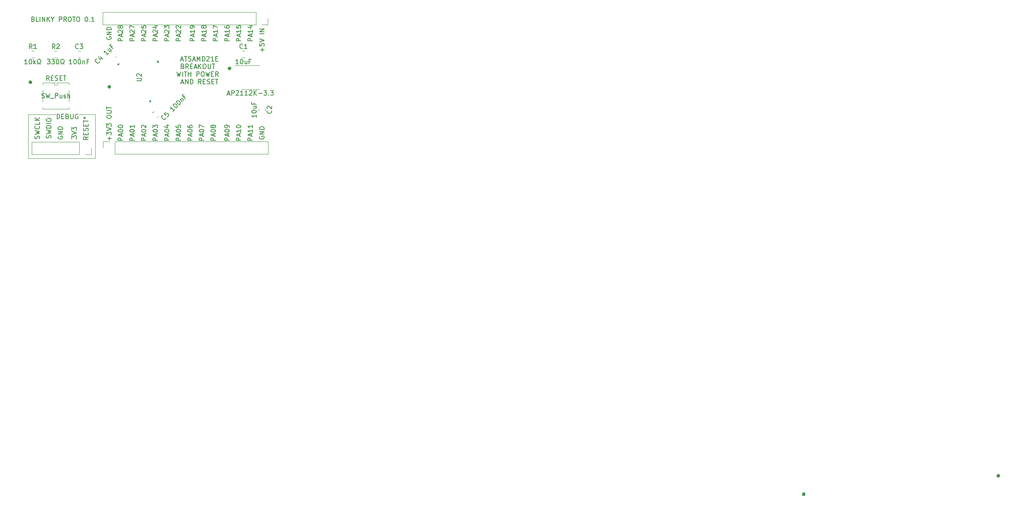
<source format=gbr>
G04 #@! TF.GenerationSoftware,KiCad,Pcbnew,(5.1.5-0-10_14)*
G04 #@! TF.CreationDate,2021-11-19T11:56:32-05:00*
G04 #@! TF.ProjectId,MinimalSAMD21,4d696e69-6d61-46c5-9341-4d4432312e6b,rev?*
G04 #@! TF.SameCoordinates,Original*
G04 #@! TF.FileFunction,Legend,Top*
G04 #@! TF.FilePolarity,Positive*
%FSLAX46Y46*%
G04 Gerber Fmt 4.6, Leading zero omitted, Abs format (unit mm)*
G04 Created by KiCad (PCBNEW (5.1.5-0-10_14)) date 2021-11-19 11:56:32*
%MOMM*%
%LPD*%
G04 APERTURE LIST*
%ADD10C,0.150000*%
%ADD11C,0.120000*%
%ADD12C,0.050000*%
%ADD13C,0.100000*%
G04 APERTURE END LIST*
D10*
X191750000Y-91910714D02*
X191750000Y-92196428D01*
X191785714Y-92232142D02*
X191928571Y-92339285D01*
X191785714Y-91875000D02*
X191928571Y-91767857D01*
X191785714Y-91839285D02*
X191785714Y-92267857D01*
X191821428Y-92267857D02*
X191821428Y-91839285D01*
X191857142Y-91803571D02*
X191857142Y-92303571D01*
X191892857Y-92303571D02*
X191892857Y-91803571D01*
X191928571Y-91767857D02*
X191928571Y-92339285D01*
X191964285Y-92339285D02*
X191964285Y-91767857D01*
X192000000Y-91767857D02*
X192000000Y-92339285D01*
X192035714Y-92339285D02*
X192035714Y-91767857D01*
X192071428Y-92339285D02*
X192214285Y-92232142D01*
X192071428Y-91767857D02*
X192071428Y-92339285D01*
X192071428Y-91767857D02*
X192214285Y-91875000D01*
X192107142Y-92303571D02*
X192107142Y-91803571D01*
X192142857Y-91803571D02*
X192142857Y-92303571D01*
X192178571Y-92267857D02*
X192178571Y-91839285D01*
X192214285Y-91839285D02*
X192214285Y-92267857D01*
X192250000Y-92196428D02*
X192250000Y-91910714D01*
X191928571Y-91767857D02*
X192071428Y-91767857D01*
X192214285Y-91839285D01*
X192285714Y-91982142D01*
X192285714Y-92125000D01*
X192214285Y-92267857D01*
X192071428Y-92339285D01*
X191928571Y-92339285D01*
X191785714Y-92267857D01*
X191714285Y-92125000D01*
X191714285Y-91982142D01*
X191785714Y-91839285D01*
X191928571Y-91767857D01*
X148750000Y-94910714D02*
X148750000Y-95196428D01*
X148785714Y-95232142D02*
X148928571Y-95339285D01*
X148785714Y-94875000D02*
X148928571Y-94767857D01*
X148785714Y-94839285D02*
X148785714Y-95267857D01*
X148821428Y-95267857D02*
X148821428Y-94839285D01*
X148857142Y-94803571D02*
X148857142Y-95303571D01*
X148892857Y-95303571D02*
X148892857Y-94803571D01*
X148928571Y-94767857D02*
X148928571Y-95339285D01*
X148964285Y-95339285D02*
X148964285Y-94767857D01*
X149000000Y-94767857D02*
X149000000Y-95339285D01*
X149035714Y-95339285D02*
X149035714Y-94767857D01*
X149071428Y-95339285D02*
X149214285Y-95232142D01*
X149071428Y-94767857D02*
X149071428Y-95339285D01*
X149071428Y-94767857D02*
X149214285Y-94875000D01*
X149107142Y-95303571D02*
X149107142Y-94803571D01*
X149142857Y-94803571D02*
X149142857Y-95303571D01*
X149178571Y-95267857D02*
X149178571Y-94839285D01*
X149214285Y-94839285D02*
X149214285Y-95267857D01*
X149250000Y-95196428D02*
X149250000Y-94910714D01*
X148928571Y-94767857D02*
X149071428Y-94767857D01*
X149214285Y-94839285D01*
X149285714Y-94982142D01*
X149285714Y-95125000D01*
X149214285Y-95267857D01*
X149071428Y-95339285D01*
X148928571Y-95339285D01*
X148785714Y-95267857D01*
X148714285Y-95125000D01*
X148714285Y-94982142D01*
X148785714Y-94839285D01*
X148928571Y-94767857D01*
X149595238Y-81428571D02*
X149738095Y-81476190D01*
X149785714Y-81523809D01*
X149833333Y-81619047D01*
X149833333Y-81761904D01*
X149785714Y-81857142D01*
X149738095Y-81904761D01*
X149642857Y-81952380D01*
X149261904Y-81952380D01*
X149261904Y-80952380D01*
X149595238Y-80952380D01*
X149690476Y-81000000D01*
X149738095Y-81047619D01*
X149785714Y-81142857D01*
X149785714Y-81238095D01*
X149738095Y-81333333D01*
X149690476Y-81380952D01*
X149595238Y-81428571D01*
X149261904Y-81428571D01*
X150738095Y-81952380D02*
X150261904Y-81952380D01*
X150261904Y-80952380D01*
X151071428Y-81952380D02*
X151071428Y-80952380D01*
X151547619Y-81952380D02*
X151547619Y-80952380D01*
X152119047Y-81952380D01*
X152119047Y-80952380D01*
X152595238Y-81952380D02*
X152595238Y-80952380D01*
X153166666Y-81952380D02*
X152738095Y-81380952D01*
X153166666Y-80952380D02*
X152595238Y-81523809D01*
X153785714Y-81476190D02*
X153785714Y-81952380D01*
X153452380Y-80952380D02*
X153785714Y-81476190D01*
X154119047Y-80952380D01*
X155214285Y-81952380D02*
X155214285Y-80952380D01*
X155595238Y-80952380D01*
X155690476Y-81000000D01*
X155738095Y-81047619D01*
X155785714Y-81142857D01*
X155785714Y-81285714D01*
X155738095Y-81380952D01*
X155690476Y-81428571D01*
X155595238Y-81476190D01*
X155214285Y-81476190D01*
X156785714Y-81952380D02*
X156452380Y-81476190D01*
X156214285Y-81952380D02*
X156214285Y-80952380D01*
X156595238Y-80952380D01*
X156690476Y-81000000D01*
X156738095Y-81047619D01*
X156785714Y-81142857D01*
X156785714Y-81285714D01*
X156738095Y-81380952D01*
X156690476Y-81428571D01*
X156595238Y-81476190D01*
X156214285Y-81476190D01*
X157404761Y-80952380D02*
X157595238Y-80952380D01*
X157690476Y-81000000D01*
X157785714Y-81095238D01*
X157833333Y-81285714D01*
X157833333Y-81619047D01*
X157785714Y-81809523D01*
X157690476Y-81904761D01*
X157595238Y-81952380D01*
X157404761Y-81952380D01*
X157309523Y-81904761D01*
X157214285Y-81809523D01*
X157166666Y-81619047D01*
X157166666Y-81285714D01*
X157214285Y-81095238D01*
X157309523Y-81000000D01*
X157404761Y-80952380D01*
X158119047Y-80952380D02*
X158690476Y-80952380D01*
X158404761Y-81952380D02*
X158404761Y-80952380D01*
X159214285Y-80952380D02*
X159404761Y-80952380D01*
X159500000Y-81000000D01*
X159595238Y-81095238D01*
X159642857Y-81285714D01*
X159642857Y-81619047D01*
X159595238Y-81809523D01*
X159500000Y-81904761D01*
X159404761Y-81952380D01*
X159214285Y-81952380D01*
X159119047Y-81904761D01*
X159023809Y-81809523D01*
X158976190Y-81619047D01*
X158976190Y-81285714D01*
X159023809Y-81095238D01*
X159119047Y-81000000D01*
X159214285Y-80952380D01*
X161023809Y-80952380D02*
X161119047Y-80952380D01*
X161214285Y-81000000D01*
X161261904Y-81047619D01*
X161309523Y-81142857D01*
X161357142Y-81333333D01*
X161357142Y-81571428D01*
X161309523Y-81761904D01*
X161261904Y-81857142D01*
X161214285Y-81904761D01*
X161119047Y-81952380D01*
X161023809Y-81952380D01*
X160928571Y-81904761D01*
X160880952Y-81857142D01*
X160833333Y-81761904D01*
X160785714Y-81571428D01*
X160785714Y-81333333D01*
X160833333Y-81142857D01*
X160880952Y-81047619D01*
X160928571Y-81000000D01*
X161023809Y-80952380D01*
X161785714Y-81857142D02*
X161833333Y-81904761D01*
X161785714Y-81952380D01*
X161738095Y-81904761D01*
X161785714Y-81857142D01*
X161785714Y-81952380D01*
X162785714Y-81952380D02*
X162214285Y-81952380D01*
X162500000Y-81952380D02*
X162500000Y-80952380D01*
X162404761Y-81095238D01*
X162309523Y-81190476D01*
X162214285Y-81238095D01*
X181500000Y-90191666D02*
X181976190Y-90191666D01*
X181404761Y-90477380D02*
X181738095Y-89477380D01*
X182071428Y-90477380D01*
X182261904Y-89477380D02*
X182833333Y-89477380D01*
X182547619Y-90477380D02*
X182547619Y-89477380D01*
X183119047Y-90429761D02*
X183261904Y-90477380D01*
X183500000Y-90477380D01*
X183595238Y-90429761D01*
X183642857Y-90382142D01*
X183690476Y-90286904D01*
X183690476Y-90191666D01*
X183642857Y-90096428D01*
X183595238Y-90048809D01*
X183500000Y-90001190D01*
X183309523Y-89953571D01*
X183214285Y-89905952D01*
X183166666Y-89858333D01*
X183119047Y-89763095D01*
X183119047Y-89667857D01*
X183166666Y-89572619D01*
X183214285Y-89525000D01*
X183309523Y-89477380D01*
X183547619Y-89477380D01*
X183690476Y-89525000D01*
X184071428Y-90191666D02*
X184547619Y-90191666D01*
X183976190Y-90477380D02*
X184309523Y-89477380D01*
X184642857Y-90477380D01*
X184976190Y-90477380D02*
X184976190Y-89477380D01*
X185309523Y-90191666D01*
X185642857Y-89477380D01*
X185642857Y-90477380D01*
X186119047Y-90477380D02*
X186119047Y-89477380D01*
X186357142Y-89477380D01*
X186500000Y-89525000D01*
X186595238Y-89620238D01*
X186642857Y-89715476D01*
X186690476Y-89905952D01*
X186690476Y-90048809D01*
X186642857Y-90239285D01*
X186595238Y-90334523D01*
X186500000Y-90429761D01*
X186357142Y-90477380D01*
X186119047Y-90477380D01*
X187071428Y-89572619D02*
X187119047Y-89525000D01*
X187214285Y-89477380D01*
X187452380Y-89477380D01*
X187547619Y-89525000D01*
X187595238Y-89572619D01*
X187642857Y-89667857D01*
X187642857Y-89763095D01*
X187595238Y-89905952D01*
X187023809Y-90477380D01*
X187642857Y-90477380D01*
X188595238Y-90477380D02*
X188023809Y-90477380D01*
X188309523Y-90477380D02*
X188309523Y-89477380D01*
X188214285Y-89620238D01*
X188119047Y-89715476D01*
X188023809Y-89763095D01*
X189023809Y-89953571D02*
X189357142Y-89953571D01*
X189500000Y-90477380D02*
X189023809Y-90477380D01*
X189023809Y-89477380D01*
X189500000Y-89477380D01*
X181880952Y-91603571D02*
X182023809Y-91651190D01*
X182071428Y-91698809D01*
X182119047Y-91794047D01*
X182119047Y-91936904D01*
X182071428Y-92032142D01*
X182023809Y-92079761D01*
X181928571Y-92127380D01*
X181547619Y-92127380D01*
X181547619Y-91127380D01*
X181880952Y-91127380D01*
X181976190Y-91175000D01*
X182023809Y-91222619D01*
X182071428Y-91317857D01*
X182071428Y-91413095D01*
X182023809Y-91508333D01*
X181976190Y-91555952D01*
X181880952Y-91603571D01*
X181547619Y-91603571D01*
X183119047Y-92127380D02*
X182785714Y-91651190D01*
X182547619Y-92127380D02*
X182547619Y-91127380D01*
X182928571Y-91127380D01*
X183023809Y-91175000D01*
X183071428Y-91222619D01*
X183119047Y-91317857D01*
X183119047Y-91460714D01*
X183071428Y-91555952D01*
X183023809Y-91603571D01*
X182928571Y-91651190D01*
X182547619Y-91651190D01*
X183547619Y-91603571D02*
X183880952Y-91603571D01*
X184023809Y-92127380D02*
X183547619Y-92127380D01*
X183547619Y-91127380D01*
X184023809Y-91127380D01*
X184404761Y-91841666D02*
X184880952Y-91841666D01*
X184309523Y-92127380D02*
X184642857Y-91127380D01*
X184976190Y-92127380D01*
X185309523Y-92127380D02*
X185309523Y-91127380D01*
X185880952Y-92127380D02*
X185452380Y-91555952D01*
X185880952Y-91127380D02*
X185309523Y-91698809D01*
X186500000Y-91127380D02*
X186690476Y-91127380D01*
X186785714Y-91175000D01*
X186880952Y-91270238D01*
X186928571Y-91460714D01*
X186928571Y-91794047D01*
X186880952Y-91984523D01*
X186785714Y-92079761D01*
X186690476Y-92127380D01*
X186500000Y-92127380D01*
X186404761Y-92079761D01*
X186309523Y-91984523D01*
X186261904Y-91794047D01*
X186261904Y-91460714D01*
X186309523Y-91270238D01*
X186404761Y-91175000D01*
X186500000Y-91127380D01*
X187357142Y-91127380D02*
X187357142Y-91936904D01*
X187404761Y-92032142D01*
X187452380Y-92079761D01*
X187547619Y-92127380D01*
X187738095Y-92127380D01*
X187833333Y-92079761D01*
X187880952Y-92032142D01*
X187928571Y-91936904D01*
X187928571Y-91127380D01*
X188261904Y-91127380D02*
X188833333Y-91127380D01*
X188547619Y-92127380D02*
X188547619Y-91127380D01*
X180619047Y-92777380D02*
X180857142Y-93777380D01*
X181047619Y-93063095D01*
X181238095Y-93777380D01*
X181476190Y-92777380D01*
X181857142Y-93777380D02*
X181857142Y-92777380D01*
X182190476Y-92777380D02*
X182761904Y-92777380D01*
X182476190Y-93777380D02*
X182476190Y-92777380D01*
X183095238Y-93777380D02*
X183095238Y-92777380D01*
X183095238Y-93253571D02*
X183666666Y-93253571D01*
X183666666Y-93777380D02*
X183666666Y-92777380D01*
X184904761Y-93777380D02*
X184904761Y-92777380D01*
X185285714Y-92777380D01*
X185380952Y-92825000D01*
X185428571Y-92872619D01*
X185476190Y-92967857D01*
X185476190Y-93110714D01*
X185428571Y-93205952D01*
X185380952Y-93253571D01*
X185285714Y-93301190D01*
X184904761Y-93301190D01*
X186095238Y-92777380D02*
X186285714Y-92777380D01*
X186380952Y-92825000D01*
X186476190Y-92920238D01*
X186523809Y-93110714D01*
X186523809Y-93444047D01*
X186476190Y-93634523D01*
X186380952Y-93729761D01*
X186285714Y-93777380D01*
X186095238Y-93777380D01*
X186000000Y-93729761D01*
X185904761Y-93634523D01*
X185857142Y-93444047D01*
X185857142Y-93110714D01*
X185904761Y-92920238D01*
X186000000Y-92825000D01*
X186095238Y-92777380D01*
X186857142Y-92777380D02*
X187095238Y-93777380D01*
X187285714Y-93063095D01*
X187476190Y-93777380D01*
X187714285Y-92777380D01*
X188095238Y-93253571D02*
X188428571Y-93253571D01*
X188571428Y-93777380D02*
X188095238Y-93777380D01*
X188095238Y-92777380D01*
X188571428Y-92777380D01*
X189571428Y-93777380D02*
X189238095Y-93301190D01*
X189000000Y-93777380D02*
X189000000Y-92777380D01*
X189380952Y-92777380D01*
X189476190Y-92825000D01*
X189523809Y-92872619D01*
X189571428Y-92967857D01*
X189571428Y-93110714D01*
X189523809Y-93205952D01*
X189476190Y-93253571D01*
X189380952Y-93301190D01*
X189000000Y-93301190D01*
X181595238Y-95141666D02*
X182071428Y-95141666D01*
X181500000Y-95427380D02*
X181833333Y-94427380D01*
X182166666Y-95427380D01*
X182500000Y-95427380D02*
X182500000Y-94427380D01*
X183071428Y-95427380D01*
X183071428Y-94427380D01*
X183547619Y-95427380D02*
X183547619Y-94427380D01*
X183785714Y-94427380D01*
X183928571Y-94475000D01*
X184023809Y-94570238D01*
X184071428Y-94665476D01*
X184119047Y-94855952D01*
X184119047Y-94998809D01*
X184071428Y-95189285D01*
X184023809Y-95284523D01*
X183928571Y-95379761D01*
X183785714Y-95427380D01*
X183547619Y-95427380D01*
X185880952Y-95427380D02*
X185547619Y-94951190D01*
X185309523Y-95427380D02*
X185309523Y-94427380D01*
X185690476Y-94427380D01*
X185785714Y-94475000D01*
X185833333Y-94522619D01*
X185880952Y-94617857D01*
X185880952Y-94760714D01*
X185833333Y-94855952D01*
X185785714Y-94903571D01*
X185690476Y-94951190D01*
X185309523Y-94951190D01*
X186309523Y-94903571D02*
X186642857Y-94903571D01*
X186785714Y-95427380D02*
X186309523Y-95427380D01*
X186309523Y-94427380D01*
X186785714Y-94427380D01*
X187166666Y-95379761D02*
X187309523Y-95427380D01*
X187547619Y-95427380D01*
X187642857Y-95379761D01*
X187690476Y-95332142D01*
X187738095Y-95236904D01*
X187738095Y-95141666D01*
X187690476Y-95046428D01*
X187642857Y-94998809D01*
X187547619Y-94951190D01*
X187357142Y-94903571D01*
X187261904Y-94855952D01*
X187214285Y-94808333D01*
X187166666Y-94713095D01*
X187166666Y-94617857D01*
X187214285Y-94522619D01*
X187261904Y-94475000D01*
X187357142Y-94427380D01*
X187595238Y-94427380D01*
X187738095Y-94475000D01*
X188166666Y-94903571D02*
X188500000Y-94903571D01*
X188642857Y-95427380D02*
X188166666Y-95427380D01*
X188166666Y-94427380D01*
X188642857Y-94427380D01*
X188928571Y-94427380D02*
X189500000Y-94427380D01*
X189214285Y-95427380D02*
X189214285Y-94427380D01*
D11*
X148500000Y-102000000D02*
X154500000Y-102000000D01*
X148500000Y-111500000D02*
X148500000Y-102000000D01*
X163000000Y-111500000D02*
X148500000Y-111500000D01*
X163000000Y-102000000D02*
X163000000Y-111500000D01*
X159500000Y-102000000D02*
X163000000Y-102000000D01*
D10*
X198500000Y-106761904D02*
X198452380Y-106857142D01*
X198452380Y-107000000D01*
X198500000Y-107142857D01*
X198595238Y-107238095D01*
X198690476Y-107285714D01*
X198880952Y-107333333D01*
X199023809Y-107333333D01*
X199214285Y-107285714D01*
X199309523Y-107238095D01*
X199404761Y-107142857D01*
X199452380Y-107000000D01*
X199452380Y-106904761D01*
X199404761Y-106761904D01*
X199357142Y-106714285D01*
X199023809Y-106714285D01*
X199023809Y-106904761D01*
X199452380Y-106285714D02*
X198452380Y-106285714D01*
X199452380Y-105714285D01*
X198452380Y-105714285D01*
X199452380Y-105238095D02*
X198452380Y-105238095D01*
X198452380Y-105000000D01*
X198500000Y-104857142D01*
X198595238Y-104761904D01*
X198690476Y-104714285D01*
X198880952Y-104666666D01*
X199023809Y-104666666D01*
X199214285Y-104714285D01*
X199309523Y-104761904D01*
X199404761Y-104857142D01*
X199452380Y-105000000D01*
X199452380Y-105238095D01*
X161452380Y-106833333D02*
X160976190Y-107166666D01*
X161452380Y-107404761D02*
X160452380Y-107404761D01*
X160452380Y-107023809D01*
X160500000Y-106928571D01*
X160547619Y-106880952D01*
X160642857Y-106833333D01*
X160785714Y-106833333D01*
X160880952Y-106880952D01*
X160928571Y-106928571D01*
X160976190Y-107023809D01*
X160976190Y-107404761D01*
X160928571Y-106404761D02*
X160928571Y-106071428D01*
X161452380Y-105928571D02*
X161452380Y-106404761D01*
X160452380Y-106404761D01*
X160452380Y-105928571D01*
X161404761Y-105547619D02*
X161452380Y-105404761D01*
X161452380Y-105166666D01*
X161404761Y-105071428D01*
X161357142Y-105023809D01*
X161261904Y-104976190D01*
X161166666Y-104976190D01*
X161071428Y-105023809D01*
X161023809Y-105071428D01*
X160976190Y-105166666D01*
X160928571Y-105357142D01*
X160880952Y-105452380D01*
X160833333Y-105500000D01*
X160738095Y-105547619D01*
X160642857Y-105547619D01*
X160547619Y-105500000D01*
X160500000Y-105452380D01*
X160452380Y-105357142D01*
X160452380Y-105119047D01*
X160500000Y-104976190D01*
X160928571Y-104547619D02*
X160928571Y-104214285D01*
X161452380Y-104071428D02*
X161452380Y-104547619D01*
X160452380Y-104547619D01*
X160452380Y-104071428D01*
X160452380Y-103785714D02*
X160452380Y-103214285D01*
X161452380Y-103500000D02*
X160452380Y-103500000D01*
X160452380Y-102738095D02*
X160690476Y-102738095D01*
X160595238Y-102976190D02*
X160690476Y-102738095D01*
X160595238Y-102500000D01*
X160880952Y-102880952D02*
X160690476Y-102738095D01*
X160880952Y-102595238D01*
X157952380Y-107238095D02*
X157952380Y-106619047D01*
X158333333Y-106952380D01*
X158333333Y-106809523D01*
X158380952Y-106714285D01*
X158428571Y-106666666D01*
X158523809Y-106619047D01*
X158761904Y-106619047D01*
X158857142Y-106666666D01*
X158904761Y-106714285D01*
X158952380Y-106809523D01*
X158952380Y-107095238D01*
X158904761Y-107190476D01*
X158857142Y-107238095D01*
X157952380Y-106333333D02*
X158952380Y-106000000D01*
X157952380Y-105666666D01*
X157952380Y-105428571D02*
X157952380Y-104809523D01*
X158333333Y-105142857D01*
X158333333Y-105000000D01*
X158380952Y-104904761D01*
X158428571Y-104857142D01*
X158523809Y-104809523D01*
X158761904Y-104809523D01*
X158857142Y-104857142D01*
X158904761Y-104904761D01*
X158952380Y-105000000D01*
X158952380Y-105285714D01*
X158904761Y-105380952D01*
X158857142Y-105428571D01*
X155000000Y-106761904D02*
X154952380Y-106857142D01*
X154952380Y-107000000D01*
X155000000Y-107142857D01*
X155095238Y-107238095D01*
X155190476Y-107285714D01*
X155380952Y-107333333D01*
X155523809Y-107333333D01*
X155714285Y-107285714D01*
X155809523Y-107238095D01*
X155904761Y-107142857D01*
X155952380Y-107000000D01*
X155952380Y-106904761D01*
X155904761Y-106761904D01*
X155857142Y-106714285D01*
X155523809Y-106714285D01*
X155523809Y-106904761D01*
X155952380Y-106285714D02*
X154952380Y-106285714D01*
X155952380Y-105714285D01*
X154952380Y-105714285D01*
X155952380Y-105238095D02*
X154952380Y-105238095D01*
X154952380Y-105000000D01*
X155000000Y-104857142D01*
X155095238Y-104761904D01*
X155190476Y-104714285D01*
X155380952Y-104666666D01*
X155523809Y-104666666D01*
X155714285Y-104714285D01*
X155809523Y-104761904D01*
X155904761Y-104857142D01*
X155952380Y-105000000D01*
X155952380Y-105238095D01*
X153404761Y-107119047D02*
X153452380Y-106976190D01*
X153452380Y-106738095D01*
X153404761Y-106642857D01*
X153357142Y-106595238D01*
X153261904Y-106547619D01*
X153166666Y-106547619D01*
X153071428Y-106595238D01*
X153023809Y-106642857D01*
X152976190Y-106738095D01*
X152928571Y-106928571D01*
X152880952Y-107023809D01*
X152833333Y-107071428D01*
X152738095Y-107119047D01*
X152642857Y-107119047D01*
X152547619Y-107071428D01*
X152500000Y-107023809D01*
X152452380Y-106928571D01*
X152452380Y-106690476D01*
X152500000Y-106547619D01*
X152452380Y-106214285D02*
X153452380Y-105976190D01*
X152738095Y-105785714D01*
X153452380Y-105595238D01*
X152452380Y-105357142D01*
X153452380Y-104976190D02*
X152452380Y-104976190D01*
X152452380Y-104738095D01*
X152500000Y-104595238D01*
X152595238Y-104500000D01*
X152690476Y-104452380D01*
X152880952Y-104404761D01*
X153023809Y-104404761D01*
X153214285Y-104452380D01*
X153309523Y-104500000D01*
X153404761Y-104595238D01*
X153452380Y-104738095D01*
X153452380Y-104976190D01*
X153452380Y-103976190D02*
X152452380Y-103976190D01*
X152452380Y-103309523D02*
X152452380Y-103119047D01*
X152500000Y-103023809D01*
X152595238Y-102928571D01*
X152785714Y-102880952D01*
X153119047Y-102880952D01*
X153309523Y-102928571D01*
X153404761Y-103023809D01*
X153452380Y-103119047D01*
X153452380Y-103309523D01*
X153404761Y-103404761D01*
X153309523Y-103500000D01*
X153119047Y-103547619D01*
X152785714Y-103547619D01*
X152595238Y-103500000D01*
X152500000Y-103404761D01*
X152452380Y-103309523D01*
X150904761Y-107261904D02*
X150952380Y-107119047D01*
X150952380Y-106880952D01*
X150904761Y-106785714D01*
X150857142Y-106738095D01*
X150761904Y-106690476D01*
X150666666Y-106690476D01*
X150571428Y-106738095D01*
X150523809Y-106785714D01*
X150476190Y-106880952D01*
X150428571Y-107071428D01*
X150380952Y-107166666D01*
X150333333Y-107214285D01*
X150238095Y-107261904D01*
X150142857Y-107261904D01*
X150047619Y-107214285D01*
X150000000Y-107166666D01*
X149952380Y-107071428D01*
X149952380Y-106833333D01*
X150000000Y-106690476D01*
X149952380Y-106357142D02*
X150952380Y-106119047D01*
X150238095Y-105928571D01*
X150952380Y-105738095D01*
X149952380Y-105500000D01*
X150857142Y-104547619D02*
X150904761Y-104595238D01*
X150952380Y-104738095D01*
X150952380Y-104833333D01*
X150904761Y-104976190D01*
X150809523Y-105071428D01*
X150714285Y-105119047D01*
X150523809Y-105166666D01*
X150380952Y-105166666D01*
X150190476Y-105119047D01*
X150095238Y-105071428D01*
X150000000Y-104976190D01*
X149952380Y-104833333D01*
X149952380Y-104738095D01*
X150000000Y-104595238D01*
X150047619Y-104547619D01*
X150952380Y-103642857D02*
X150952380Y-104119047D01*
X149952380Y-104119047D01*
X150952380Y-103309523D02*
X149952380Y-103309523D01*
X150952380Y-102738095D02*
X150380952Y-103166666D01*
X149952380Y-102738095D02*
X150523809Y-103309523D01*
X196952380Y-107642857D02*
X195952380Y-107642857D01*
X195952380Y-107261904D01*
X196000000Y-107166666D01*
X196047619Y-107119047D01*
X196142857Y-107071428D01*
X196285714Y-107071428D01*
X196380952Y-107119047D01*
X196428571Y-107166666D01*
X196476190Y-107261904D01*
X196476190Y-107642857D01*
X196666666Y-106690476D02*
X196666666Y-106214285D01*
X196952380Y-106785714D02*
X195952380Y-106452380D01*
X196952380Y-106119047D01*
X196952380Y-105261904D02*
X196952380Y-105833333D01*
X196952380Y-105547619D02*
X195952380Y-105547619D01*
X196095238Y-105642857D01*
X196190476Y-105738095D01*
X196238095Y-105833333D01*
X196952380Y-104309523D02*
X196952380Y-104880952D01*
X196952380Y-104595238D02*
X195952380Y-104595238D01*
X196095238Y-104690476D01*
X196190476Y-104785714D01*
X196238095Y-104880952D01*
X194452380Y-107642857D02*
X193452380Y-107642857D01*
X193452380Y-107261904D01*
X193500000Y-107166666D01*
X193547619Y-107119047D01*
X193642857Y-107071428D01*
X193785714Y-107071428D01*
X193880952Y-107119047D01*
X193928571Y-107166666D01*
X193976190Y-107261904D01*
X193976190Y-107642857D01*
X194166666Y-106690476D02*
X194166666Y-106214285D01*
X194452380Y-106785714D02*
X193452380Y-106452380D01*
X194452380Y-106119047D01*
X194452380Y-105261904D02*
X194452380Y-105833333D01*
X194452380Y-105547619D02*
X193452380Y-105547619D01*
X193595238Y-105642857D01*
X193690476Y-105738095D01*
X193738095Y-105833333D01*
X193452380Y-104642857D02*
X193452380Y-104547619D01*
X193500000Y-104452380D01*
X193547619Y-104404761D01*
X193642857Y-104357142D01*
X193833333Y-104309523D01*
X194071428Y-104309523D01*
X194261904Y-104357142D01*
X194357142Y-104404761D01*
X194404761Y-104452380D01*
X194452380Y-104547619D01*
X194452380Y-104642857D01*
X194404761Y-104738095D01*
X194357142Y-104785714D01*
X194261904Y-104833333D01*
X194071428Y-104880952D01*
X193833333Y-104880952D01*
X193642857Y-104833333D01*
X193547619Y-104785714D01*
X193500000Y-104738095D01*
X193452380Y-104642857D01*
X191952380Y-107642857D02*
X190952380Y-107642857D01*
X190952380Y-107261904D01*
X191000000Y-107166666D01*
X191047619Y-107119047D01*
X191142857Y-107071428D01*
X191285714Y-107071428D01*
X191380952Y-107119047D01*
X191428571Y-107166666D01*
X191476190Y-107261904D01*
X191476190Y-107642857D01*
X191666666Y-106690476D02*
X191666666Y-106214285D01*
X191952380Y-106785714D02*
X190952380Y-106452380D01*
X191952380Y-106119047D01*
X190952380Y-105595238D02*
X190952380Y-105500000D01*
X191000000Y-105404761D01*
X191047619Y-105357142D01*
X191142857Y-105309523D01*
X191333333Y-105261904D01*
X191571428Y-105261904D01*
X191761904Y-105309523D01*
X191857142Y-105357142D01*
X191904761Y-105404761D01*
X191952380Y-105500000D01*
X191952380Y-105595238D01*
X191904761Y-105690476D01*
X191857142Y-105738095D01*
X191761904Y-105785714D01*
X191571428Y-105833333D01*
X191333333Y-105833333D01*
X191142857Y-105785714D01*
X191047619Y-105738095D01*
X191000000Y-105690476D01*
X190952380Y-105595238D01*
X191952380Y-104785714D02*
X191952380Y-104595238D01*
X191904761Y-104500000D01*
X191857142Y-104452380D01*
X191714285Y-104357142D01*
X191523809Y-104309523D01*
X191142857Y-104309523D01*
X191047619Y-104357142D01*
X191000000Y-104404761D01*
X190952380Y-104500000D01*
X190952380Y-104690476D01*
X191000000Y-104785714D01*
X191047619Y-104833333D01*
X191142857Y-104880952D01*
X191380952Y-104880952D01*
X191476190Y-104833333D01*
X191523809Y-104785714D01*
X191571428Y-104690476D01*
X191571428Y-104500000D01*
X191523809Y-104404761D01*
X191476190Y-104357142D01*
X191380952Y-104309523D01*
X188952380Y-107642857D02*
X187952380Y-107642857D01*
X187952380Y-107261904D01*
X188000000Y-107166666D01*
X188047619Y-107119047D01*
X188142857Y-107071428D01*
X188285714Y-107071428D01*
X188380952Y-107119047D01*
X188428571Y-107166666D01*
X188476190Y-107261904D01*
X188476190Y-107642857D01*
X188666666Y-106690476D02*
X188666666Y-106214285D01*
X188952380Y-106785714D02*
X187952380Y-106452380D01*
X188952380Y-106119047D01*
X187952380Y-105595238D02*
X187952380Y-105500000D01*
X188000000Y-105404761D01*
X188047619Y-105357142D01*
X188142857Y-105309523D01*
X188333333Y-105261904D01*
X188571428Y-105261904D01*
X188761904Y-105309523D01*
X188857142Y-105357142D01*
X188904761Y-105404761D01*
X188952380Y-105500000D01*
X188952380Y-105595238D01*
X188904761Y-105690476D01*
X188857142Y-105738095D01*
X188761904Y-105785714D01*
X188571428Y-105833333D01*
X188333333Y-105833333D01*
X188142857Y-105785714D01*
X188047619Y-105738095D01*
X188000000Y-105690476D01*
X187952380Y-105595238D01*
X188380952Y-104690476D02*
X188333333Y-104785714D01*
X188285714Y-104833333D01*
X188190476Y-104880952D01*
X188142857Y-104880952D01*
X188047619Y-104833333D01*
X188000000Y-104785714D01*
X187952380Y-104690476D01*
X187952380Y-104500000D01*
X188000000Y-104404761D01*
X188047619Y-104357142D01*
X188142857Y-104309523D01*
X188190476Y-104309523D01*
X188285714Y-104357142D01*
X188333333Y-104404761D01*
X188380952Y-104500000D01*
X188380952Y-104690476D01*
X188428571Y-104785714D01*
X188476190Y-104833333D01*
X188571428Y-104880952D01*
X188761904Y-104880952D01*
X188857142Y-104833333D01*
X188904761Y-104785714D01*
X188952380Y-104690476D01*
X188952380Y-104500000D01*
X188904761Y-104404761D01*
X188857142Y-104357142D01*
X188761904Y-104309523D01*
X188571428Y-104309523D01*
X188476190Y-104357142D01*
X188428571Y-104404761D01*
X188380952Y-104500000D01*
X186452380Y-107642857D02*
X185452380Y-107642857D01*
X185452380Y-107261904D01*
X185500000Y-107166666D01*
X185547619Y-107119047D01*
X185642857Y-107071428D01*
X185785714Y-107071428D01*
X185880952Y-107119047D01*
X185928571Y-107166666D01*
X185976190Y-107261904D01*
X185976190Y-107642857D01*
X186166666Y-106690476D02*
X186166666Y-106214285D01*
X186452380Y-106785714D02*
X185452380Y-106452380D01*
X186452380Y-106119047D01*
X185452380Y-105595238D02*
X185452380Y-105500000D01*
X185500000Y-105404761D01*
X185547619Y-105357142D01*
X185642857Y-105309523D01*
X185833333Y-105261904D01*
X186071428Y-105261904D01*
X186261904Y-105309523D01*
X186357142Y-105357142D01*
X186404761Y-105404761D01*
X186452380Y-105500000D01*
X186452380Y-105595238D01*
X186404761Y-105690476D01*
X186357142Y-105738095D01*
X186261904Y-105785714D01*
X186071428Y-105833333D01*
X185833333Y-105833333D01*
X185642857Y-105785714D01*
X185547619Y-105738095D01*
X185500000Y-105690476D01*
X185452380Y-105595238D01*
X185452380Y-104928571D02*
X185452380Y-104261904D01*
X186452380Y-104690476D01*
X183952380Y-107642857D02*
X182952380Y-107642857D01*
X182952380Y-107261904D01*
X183000000Y-107166666D01*
X183047619Y-107119047D01*
X183142857Y-107071428D01*
X183285714Y-107071428D01*
X183380952Y-107119047D01*
X183428571Y-107166666D01*
X183476190Y-107261904D01*
X183476190Y-107642857D01*
X183666666Y-106690476D02*
X183666666Y-106214285D01*
X183952380Y-106785714D02*
X182952380Y-106452380D01*
X183952380Y-106119047D01*
X182952380Y-105595238D02*
X182952380Y-105500000D01*
X183000000Y-105404761D01*
X183047619Y-105357142D01*
X183142857Y-105309523D01*
X183333333Y-105261904D01*
X183571428Y-105261904D01*
X183761904Y-105309523D01*
X183857142Y-105357142D01*
X183904761Y-105404761D01*
X183952380Y-105500000D01*
X183952380Y-105595238D01*
X183904761Y-105690476D01*
X183857142Y-105738095D01*
X183761904Y-105785714D01*
X183571428Y-105833333D01*
X183333333Y-105833333D01*
X183142857Y-105785714D01*
X183047619Y-105738095D01*
X183000000Y-105690476D01*
X182952380Y-105595238D01*
X182952380Y-104404761D02*
X182952380Y-104595238D01*
X183000000Y-104690476D01*
X183047619Y-104738095D01*
X183190476Y-104833333D01*
X183380952Y-104880952D01*
X183761904Y-104880952D01*
X183857142Y-104833333D01*
X183904761Y-104785714D01*
X183952380Y-104690476D01*
X183952380Y-104500000D01*
X183904761Y-104404761D01*
X183857142Y-104357142D01*
X183761904Y-104309523D01*
X183523809Y-104309523D01*
X183428571Y-104357142D01*
X183380952Y-104404761D01*
X183333333Y-104500000D01*
X183333333Y-104690476D01*
X183380952Y-104785714D01*
X183428571Y-104833333D01*
X183523809Y-104880952D01*
X181452380Y-107642857D02*
X180452380Y-107642857D01*
X180452380Y-107261904D01*
X180500000Y-107166666D01*
X180547619Y-107119047D01*
X180642857Y-107071428D01*
X180785714Y-107071428D01*
X180880952Y-107119047D01*
X180928571Y-107166666D01*
X180976190Y-107261904D01*
X180976190Y-107642857D01*
X181166666Y-106690476D02*
X181166666Y-106214285D01*
X181452380Y-106785714D02*
X180452380Y-106452380D01*
X181452380Y-106119047D01*
X180452380Y-105595238D02*
X180452380Y-105500000D01*
X180500000Y-105404761D01*
X180547619Y-105357142D01*
X180642857Y-105309523D01*
X180833333Y-105261904D01*
X181071428Y-105261904D01*
X181261904Y-105309523D01*
X181357142Y-105357142D01*
X181404761Y-105404761D01*
X181452380Y-105500000D01*
X181452380Y-105595238D01*
X181404761Y-105690476D01*
X181357142Y-105738095D01*
X181261904Y-105785714D01*
X181071428Y-105833333D01*
X180833333Y-105833333D01*
X180642857Y-105785714D01*
X180547619Y-105738095D01*
X180500000Y-105690476D01*
X180452380Y-105595238D01*
X180452380Y-104357142D02*
X180452380Y-104833333D01*
X180928571Y-104880952D01*
X180880952Y-104833333D01*
X180833333Y-104738095D01*
X180833333Y-104500000D01*
X180880952Y-104404761D01*
X180928571Y-104357142D01*
X181023809Y-104309523D01*
X181261904Y-104309523D01*
X181357142Y-104357142D01*
X181404761Y-104404761D01*
X181452380Y-104500000D01*
X181452380Y-104738095D01*
X181404761Y-104833333D01*
X181357142Y-104880952D01*
X178952380Y-107642857D02*
X177952380Y-107642857D01*
X177952380Y-107261904D01*
X178000000Y-107166666D01*
X178047619Y-107119047D01*
X178142857Y-107071428D01*
X178285714Y-107071428D01*
X178380952Y-107119047D01*
X178428571Y-107166666D01*
X178476190Y-107261904D01*
X178476190Y-107642857D01*
X178666666Y-106690476D02*
X178666666Y-106214285D01*
X178952380Y-106785714D02*
X177952380Y-106452380D01*
X178952380Y-106119047D01*
X177952380Y-105595238D02*
X177952380Y-105500000D01*
X178000000Y-105404761D01*
X178047619Y-105357142D01*
X178142857Y-105309523D01*
X178333333Y-105261904D01*
X178571428Y-105261904D01*
X178761904Y-105309523D01*
X178857142Y-105357142D01*
X178904761Y-105404761D01*
X178952380Y-105500000D01*
X178952380Y-105595238D01*
X178904761Y-105690476D01*
X178857142Y-105738095D01*
X178761904Y-105785714D01*
X178571428Y-105833333D01*
X178333333Y-105833333D01*
X178142857Y-105785714D01*
X178047619Y-105738095D01*
X178000000Y-105690476D01*
X177952380Y-105595238D01*
X178285714Y-104404761D02*
X178952380Y-104404761D01*
X177904761Y-104642857D02*
X178619047Y-104880952D01*
X178619047Y-104261904D01*
X176452380Y-107642857D02*
X175452380Y-107642857D01*
X175452380Y-107261904D01*
X175500000Y-107166666D01*
X175547619Y-107119047D01*
X175642857Y-107071428D01*
X175785714Y-107071428D01*
X175880952Y-107119047D01*
X175928571Y-107166666D01*
X175976190Y-107261904D01*
X175976190Y-107642857D01*
X176166666Y-106690476D02*
X176166666Y-106214285D01*
X176452380Y-106785714D02*
X175452380Y-106452380D01*
X176452380Y-106119047D01*
X175452380Y-105595238D02*
X175452380Y-105500000D01*
X175500000Y-105404761D01*
X175547619Y-105357142D01*
X175642857Y-105309523D01*
X175833333Y-105261904D01*
X176071428Y-105261904D01*
X176261904Y-105309523D01*
X176357142Y-105357142D01*
X176404761Y-105404761D01*
X176452380Y-105500000D01*
X176452380Y-105595238D01*
X176404761Y-105690476D01*
X176357142Y-105738095D01*
X176261904Y-105785714D01*
X176071428Y-105833333D01*
X175833333Y-105833333D01*
X175642857Y-105785714D01*
X175547619Y-105738095D01*
X175500000Y-105690476D01*
X175452380Y-105595238D01*
X175452380Y-104928571D02*
X175452380Y-104309523D01*
X175833333Y-104642857D01*
X175833333Y-104500000D01*
X175880952Y-104404761D01*
X175928571Y-104357142D01*
X176023809Y-104309523D01*
X176261904Y-104309523D01*
X176357142Y-104357142D01*
X176404761Y-104404761D01*
X176452380Y-104500000D01*
X176452380Y-104785714D01*
X176404761Y-104880952D01*
X176357142Y-104928571D01*
X173952380Y-107642857D02*
X172952380Y-107642857D01*
X172952380Y-107261904D01*
X173000000Y-107166666D01*
X173047619Y-107119047D01*
X173142857Y-107071428D01*
X173285714Y-107071428D01*
X173380952Y-107119047D01*
X173428571Y-107166666D01*
X173476190Y-107261904D01*
X173476190Y-107642857D01*
X173666666Y-106690476D02*
X173666666Y-106214285D01*
X173952380Y-106785714D02*
X172952380Y-106452380D01*
X173952380Y-106119047D01*
X172952380Y-105595238D02*
X172952380Y-105500000D01*
X173000000Y-105404761D01*
X173047619Y-105357142D01*
X173142857Y-105309523D01*
X173333333Y-105261904D01*
X173571428Y-105261904D01*
X173761904Y-105309523D01*
X173857142Y-105357142D01*
X173904761Y-105404761D01*
X173952380Y-105500000D01*
X173952380Y-105595238D01*
X173904761Y-105690476D01*
X173857142Y-105738095D01*
X173761904Y-105785714D01*
X173571428Y-105833333D01*
X173333333Y-105833333D01*
X173142857Y-105785714D01*
X173047619Y-105738095D01*
X173000000Y-105690476D01*
X172952380Y-105595238D01*
X173047619Y-104880952D02*
X173000000Y-104833333D01*
X172952380Y-104738095D01*
X172952380Y-104500000D01*
X173000000Y-104404761D01*
X173047619Y-104357142D01*
X173142857Y-104309523D01*
X173238095Y-104309523D01*
X173380952Y-104357142D01*
X173952380Y-104928571D01*
X173952380Y-104309523D01*
X171452380Y-107642857D02*
X170452380Y-107642857D01*
X170452380Y-107261904D01*
X170500000Y-107166666D01*
X170547619Y-107119047D01*
X170642857Y-107071428D01*
X170785714Y-107071428D01*
X170880952Y-107119047D01*
X170928571Y-107166666D01*
X170976190Y-107261904D01*
X170976190Y-107642857D01*
X171166666Y-106690476D02*
X171166666Y-106214285D01*
X171452380Y-106785714D02*
X170452380Y-106452380D01*
X171452380Y-106119047D01*
X170452380Y-105595238D02*
X170452380Y-105500000D01*
X170500000Y-105404761D01*
X170547619Y-105357142D01*
X170642857Y-105309523D01*
X170833333Y-105261904D01*
X171071428Y-105261904D01*
X171261904Y-105309523D01*
X171357142Y-105357142D01*
X171404761Y-105404761D01*
X171452380Y-105500000D01*
X171452380Y-105595238D01*
X171404761Y-105690476D01*
X171357142Y-105738095D01*
X171261904Y-105785714D01*
X171071428Y-105833333D01*
X170833333Y-105833333D01*
X170642857Y-105785714D01*
X170547619Y-105738095D01*
X170500000Y-105690476D01*
X170452380Y-105595238D01*
X171452380Y-104309523D02*
X171452380Y-104880952D01*
X171452380Y-104595238D02*
X170452380Y-104595238D01*
X170595238Y-104690476D01*
X170690476Y-104785714D01*
X170738095Y-104880952D01*
X168952380Y-107642857D02*
X167952380Y-107642857D01*
X167952380Y-107261904D01*
X168000000Y-107166666D01*
X168047619Y-107119047D01*
X168142857Y-107071428D01*
X168285714Y-107071428D01*
X168380952Y-107119047D01*
X168428571Y-107166666D01*
X168476190Y-107261904D01*
X168476190Y-107642857D01*
X168666666Y-106690476D02*
X168666666Y-106214285D01*
X168952380Y-106785714D02*
X167952380Y-106452380D01*
X168952380Y-106119047D01*
X167952380Y-105595238D02*
X167952380Y-105500000D01*
X168000000Y-105404761D01*
X168047619Y-105357142D01*
X168142857Y-105309523D01*
X168333333Y-105261904D01*
X168571428Y-105261904D01*
X168761904Y-105309523D01*
X168857142Y-105357142D01*
X168904761Y-105404761D01*
X168952380Y-105500000D01*
X168952380Y-105595238D01*
X168904761Y-105690476D01*
X168857142Y-105738095D01*
X168761904Y-105785714D01*
X168571428Y-105833333D01*
X168333333Y-105833333D01*
X168142857Y-105785714D01*
X168047619Y-105738095D01*
X168000000Y-105690476D01*
X167952380Y-105595238D01*
X167952380Y-104642857D02*
X167952380Y-104547619D01*
X168000000Y-104452380D01*
X168047619Y-104404761D01*
X168142857Y-104357142D01*
X168333333Y-104309523D01*
X168571428Y-104309523D01*
X168761904Y-104357142D01*
X168857142Y-104404761D01*
X168904761Y-104452380D01*
X168952380Y-104547619D01*
X168952380Y-104642857D01*
X168904761Y-104738095D01*
X168857142Y-104785714D01*
X168761904Y-104833333D01*
X168571428Y-104880952D01*
X168333333Y-104880952D01*
X168142857Y-104833333D01*
X168047619Y-104785714D01*
X168000000Y-104738095D01*
X167952380Y-104642857D01*
X166071428Y-107571428D02*
X166071428Y-106809523D01*
X166452380Y-107190476D02*
X165690476Y-107190476D01*
X165452380Y-106428571D02*
X165452380Y-105809523D01*
X165833333Y-106142857D01*
X165833333Y-106000000D01*
X165880952Y-105904761D01*
X165928571Y-105857142D01*
X166023809Y-105809523D01*
X166261904Y-105809523D01*
X166357142Y-105857142D01*
X166404761Y-105904761D01*
X166452380Y-106000000D01*
X166452380Y-106285714D01*
X166404761Y-106380952D01*
X166357142Y-106428571D01*
X165452380Y-105523809D02*
X166452380Y-105190476D01*
X165452380Y-104857142D01*
X165452380Y-104619047D02*
X165452380Y-104000000D01*
X165833333Y-104333333D01*
X165833333Y-104190476D01*
X165880952Y-104095238D01*
X165928571Y-104047619D01*
X166023809Y-104000000D01*
X166261904Y-104000000D01*
X166357142Y-104047619D01*
X166404761Y-104095238D01*
X166452380Y-104190476D01*
X166452380Y-104476190D01*
X166404761Y-104571428D01*
X166357142Y-104619047D01*
X165452380Y-102619047D02*
X165452380Y-102428571D01*
X165500000Y-102333333D01*
X165595238Y-102238095D01*
X165785714Y-102190476D01*
X166119047Y-102190476D01*
X166309523Y-102238095D01*
X166404761Y-102333333D01*
X166452380Y-102428571D01*
X166452380Y-102619047D01*
X166404761Y-102714285D01*
X166309523Y-102809523D01*
X166119047Y-102857142D01*
X165785714Y-102857142D01*
X165595238Y-102809523D01*
X165500000Y-102714285D01*
X165452380Y-102619047D01*
X165452380Y-101761904D02*
X166261904Y-101761904D01*
X166357142Y-101714285D01*
X166404761Y-101666666D01*
X166452380Y-101571428D01*
X166452380Y-101380952D01*
X166404761Y-101285714D01*
X166357142Y-101238095D01*
X166261904Y-101190476D01*
X165452380Y-101190476D01*
X165452380Y-100857142D02*
X165452380Y-100285714D01*
X166452380Y-100571428D02*
X165452380Y-100571428D01*
X199071428Y-88428571D02*
X199071428Y-87666666D01*
X199452380Y-88047619D02*
X198690476Y-88047619D01*
X198452380Y-86714285D02*
X198452380Y-87190476D01*
X198928571Y-87238095D01*
X198880952Y-87190476D01*
X198833333Y-87095238D01*
X198833333Y-86857142D01*
X198880952Y-86761904D01*
X198928571Y-86714285D01*
X199023809Y-86666666D01*
X199261904Y-86666666D01*
X199357142Y-86714285D01*
X199404761Y-86761904D01*
X199452380Y-86857142D01*
X199452380Y-87095238D01*
X199404761Y-87190476D01*
X199357142Y-87238095D01*
X198452380Y-86380952D02*
X199452380Y-86047619D01*
X198452380Y-85714285D01*
X199452380Y-84619047D02*
X198452380Y-84619047D01*
X199452380Y-84142857D02*
X198452380Y-84142857D01*
X199452380Y-83571428D01*
X198452380Y-83571428D01*
X196952380Y-86142857D02*
X195952380Y-86142857D01*
X195952380Y-85761904D01*
X196000000Y-85666666D01*
X196047619Y-85619047D01*
X196142857Y-85571428D01*
X196285714Y-85571428D01*
X196380952Y-85619047D01*
X196428571Y-85666666D01*
X196476190Y-85761904D01*
X196476190Y-86142857D01*
X196666666Y-85190476D02*
X196666666Y-84714285D01*
X196952380Y-85285714D02*
X195952380Y-84952380D01*
X196952380Y-84619047D01*
X196952380Y-83761904D02*
X196952380Y-84333333D01*
X196952380Y-84047619D02*
X195952380Y-84047619D01*
X196095238Y-84142857D01*
X196190476Y-84238095D01*
X196238095Y-84333333D01*
X196285714Y-82904761D02*
X196952380Y-82904761D01*
X195904761Y-83142857D02*
X196619047Y-83380952D01*
X196619047Y-82761904D01*
X194452380Y-86142857D02*
X193452380Y-86142857D01*
X193452380Y-85761904D01*
X193500000Y-85666666D01*
X193547619Y-85619047D01*
X193642857Y-85571428D01*
X193785714Y-85571428D01*
X193880952Y-85619047D01*
X193928571Y-85666666D01*
X193976190Y-85761904D01*
X193976190Y-86142857D01*
X194166666Y-85190476D02*
X194166666Y-84714285D01*
X194452380Y-85285714D02*
X193452380Y-84952380D01*
X194452380Y-84619047D01*
X194452380Y-83761904D02*
X194452380Y-84333333D01*
X194452380Y-84047619D02*
X193452380Y-84047619D01*
X193595238Y-84142857D01*
X193690476Y-84238095D01*
X193738095Y-84333333D01*
X193452380Y-82857142D02*
X193452380Y-83333333D01*
X193928571Y-83380952D01*
X193880952Y-83333333D01*
X193833333Y-83238095D01*
X193833333Y-83000000D01*
X193880952Y-82904761D01*
X193928571Y-82857142D01*
X194023809Y-82809523D01*
X194261904Y-82809523D01*
X194357142Y-82857142D01*
X194404761Y-82904761D01*
X194452380Y-83000000D01*
X194452380Y-83238095D01*
X194404761Y-83333333D01*
X194357142Y-83380952D01*
X191952380Y-86142857D02*
X190952380Y-86142857D01*
X190952380Y-85761904D01*
X191000000Y-85666666D01*
X191047619Y-85619047D01*
X191142857Y-85571428D01*
X191285714Y-85571428D01*
X191380952Y-85619047D01*
X191428571Y-85666666D01*
X191476190Y-85761904D01*
X191476190Y-86142857D01*
X191666666Y-85190476D02*
X191666666Y-84714285D01*
X191952380Y-85285714D02*
X190952380Y-84952380D01*
X191952380Y-84619047D01*
X191952380Y-83761904D02*
X191952380Y-84333333D01*
X191952380Y-84047619D02*
X190952380Y-84047619D01*
X191095238Y-84142857D01*
X191190476Y-84238095D01*
X191238095Y-84333333D01*
X190952380Y-82904761D02*
X190952380Y-83095238D01*
X191000000Y-83190476D01*
X191047619Y-83238095D01*
X191190476Y-83333333D01*
X191380952Y-83380952D01*
X191761904Y-83380952D01*
X191857142Y-83333333D01*
X191904761Y-83285714D01*
X191952380Y-83190476D01*
X191952380Y-83000000D01*
X191904761Y-82904761D01*
X191857142Y-82857142D01*
X191761904Y-82809523D01*
X191523809Y-82809523D01*
X191428571Y-82857142D01*
X191380952Y-82904761D01*
X191333333Y-83000000D01*
X191333333Y-83190476D01*
X191380952Y-83285714D01*
X191428571Y-83333333D01*
X191523809Y-83380952D01*
X189452380Y-86142857D02*
X188452380Y-86142857D01*
X188452380Y-85761904D01*
X188500000Y-85666666D01*
X188547619Y-85619047D01*
X188642857Y-85571428D01*
X188785714Y-85571428D01*
X188880952Y-85619047D01*
X188928571Y-85666666D01*
X188976190Y-85761904D01*
X188976190Y-86142857D01*
X189166666Y-85190476D02*
X189166666Y-84714285D01*
X189452380Y-85285714D02*
X188452380Y-84952380D01*
X189452380Y-84619047D01*
X189452380Y-83761904D02*
X189452380Y-84333333D01*
X189452380Y-84047619D02*
X188452380Y-84047619D01*
X188595238Y-84142857D01*
X188690476Y-84238095D01*
X188738095Y-84333333D01*
X188452380Y-83428571D02*
X188452380Y-82761904D01*
X189452380Y-83190476D01*
X186952380Y-86142857D02*
X185952380Y-86142857D01*
X185952380Y-85761904D01*
X186000000Y-85666666D01*
X186047619Y-85619047D01*
X186142857Y-85571428D01*
X186285714Y-85571428D01*
X186380952Y-85619047D01*
X186428571Y-85666666D01*
X186476190Y-85761904D01*
X186476190Y-86142857D01*
X186666666Y-85190476D02*
X186666666Y-84714285D01*
X186952380Y-85285714D02*
X185952380Y-84952380D01*
X186952380Y-84619047D01*
X186952380Y-83761904D02*
X186952380Y-84333333D01*
X186952380Y-84047619D02*
X185952380Y-84047619D01*
X186095238Y-84142857D01*
X186190476Y-84238095D01*
X186238095Y-84333333D01*
X186380952Y-83190476D02*
X186333333Y-83285714D01*
X186285714Y-83333333D01*
X186190476Y-83380952D01*
X186142857Y-83380952D01*
X186047619Y-83333333D01*
X186000000Y-83285714D01*
X185952380Y-83190476D01*
X185952380Y-83000000D01*
X186000000Y-82904761D01*
X186047619Y-82857142D01*
X186142857Y-82809523D01*
X186190476Y-82809523D01*
X186285714Y-82857142D01*
X186333333Y-82904761D01*
X186380952Y-83000000D01*
X186380952Y-83190476D01*
X186428571Y-83285714D01*
X186476190Y-83333333D01*
X186571428Y-83380952D01*
X186761904Y-83380952D01*
X186857142Y-83333333D01*
X186904761Y-83285714D01*
X186952380Y-83190476D01*
X186952380Y-83000000D01*
X186904761Y-82904761D01*
X186857142Y-82857142D01*
X186761904Y-82809523D01*
X186571428Y-82809523D01*
X186476190Y-82857142D01*
X186428571Y-82904761D01*
X186380952Y-83000000D01*
X184452380Y-86142857D02*
X183452380Y-86142857D01*
X183452380Y-85761904D01*
X183500000Y-85666666D01*
X183547619Y-85619047D01*
X183642857Y-85571428D01*
X183785714Y-85571428D01*
X183880952Y-85619047D01*
X183928571Y-85666666D01*
X183976190Y-85761904D01*
X183976190Y-86142857D01*
X184166666Y-85190476D02*
X184166666Y-84714285D01*
X184452380Y-85285714D02*
X183452380Y-84952380D01*
X184452380Y-84619047D01*
X184452380Y-83761904D02*
X184452380Y-84333333D01*
X184452380Y-84047619D02*
X183452380Y-84047619D01*
X183595238Y-84142857D01*
X183690476Y-84238095D01*
X183738095Y-84333333D01*
X184452380Y-83285714D02*
X184452380Y-83095238D01*
X184404761Y-83000000D01*
X184357142Y-82952380D01*
X184214285Y-82857142D01*
X184023809Y-82809523D01*
X183642857Y-82809523D01*
X183547619Y-82857142D01*
X183500000Y-82904761D01*
X183452380Y-83000000D01*
X183452380Y-83190476D01*
X183500000Y-83285714D01*
X183547619Y-83333333D01*
X183642857Y-83380952D01*
X183880952Y-83380952D01*
X183976190Y-83333333D01*
X184023809Y-83285714D01*
X184071428Y-83190476D01*
X184071428Y-83000000D01*
X184023809Y-82904761D01*
X183976190Y-82857142D01*
X183880952Y-82809523D01*
X181452380Y-86142857D02*
X180452380Y-86142857D01*
X180452380Y-85761904D01*
X180500000Y-85666666D01*
X180547619Y-85619047D01*
X180642857Y-85571428D01*
X180785714Y-85571428D01*
X180880952Y-85619047D01*
X180928571Y-85666666D01*
X180976190Y-85761904D01*
X180976190Y-86142857D01*
X181166666Y-85190476D02*
X181166666Y-84714285D01*
X181452380Y-85285714D02*
X180452380Y-84952380D01*
X181452380Y-84619047D01*
X180547619Y-84333333D02*
X180500000Y-84285714D01*
X180452380Y-84190476D01*
X180452380Y-83952380D01*
X180500000Y-83857142D01*
X180547619Y-83809523D01*
X180642857Y-83761904D01*
X180738095Y-83761904D01*
X180880952Y-83809523D01*
X181452380Y-84380952D01*
X181452380Y-83761904D01*
X180547619Y-83380952D02*
X180500000Y-83333333D01*
X180452380Y-83238095D01*
X180452380Y-83000000D01*
X180500000Y-82904761D01*
X180547619Y-82857142D01*
X180642857Y-82809523D01*
X180738095Y-82809523D01*
X180880952Y-82857142D01*
X181452380Y-83428571D01*
X181452380Y-82809523D01*
X178952380Y-86142857D02*
X177952380Y-86142857D01*
X177952380Y-85761904D01*
X178000000Y-85666666D01*
X178047619Y-85619047D01*
X178142857Y-85571428D01*
X178285714Y-85571428D01*
X178380952Y-85619047D01*
X178428571Y-85666666D01*
X178476190Y-85761904D01*
X178476190Y-86142857D01*
X178666666Y-85190476D02*
X178666666Y-84714285D01*
X178952380Y-85285714D02*
X177952380Y-84952380D01*
X178952380Y-84619047D01*
X178047619Y-84333333D02*
X178000000Y-84285714D01*
X177952380Y-84190476D01*
X177952380Y-83952380D01*
X178000000Y-83857142D01*
X178047619Y-83809523D01*
X178142857Y-83761904D01*
X178238095Y-83761904D01*
X178380952Y-83809523D01*
X178952380Y-84380952D01*
X178952380Y-83761904D01*
X177952380Y-83428571D02*
X177952380Y-82809523D01*
X178333333Y-83142857D01*
X178333333Y-83000000D01*
X178380952Y-82904761D01*
X178428571Y-82857142D01*
X178523809Y-82809523D01*
X178761904Y-82809523D01*
X178857142Y-82857142D01*
X178904761Y-82904761D01*
X178952380Y-83000000D01*
X178952380Y-83285714D01*
X178904761Y-83380952D01*
X178857142Y-83428571D01*
X176452380Y-86142857D02*
X175452380Y-86142857D01*
X175452380Y-85761904D01*
X175500000Y-85666666D01*
X175547619Y-85619047D01*
X175642857Y-85571428D01*
X175785714Y-85571428D01*
X175880952Y-85619047D01*
X175928571Y-85666666D01*
X175976190Y-85761904D01*
X175976190Y-86142857D01*
X176166666Y-85190476D02*
X176166666Y-84714285D01*
X176452380Y-85285714D02*
X175452380Y-84952380D01*
X176452380Y-84619047D01*
X175547619Y-84333333D02*
X175500000Y-84285714D01*
X175452380Y-84190476D01*
X175452380Y-83952380D01*
X175500000Y-83857142D01*
X175547619Y-83809523D01*
X175642857Y-83761904D01*
X175738095Y-83761904D01*
X175880952Y-83809523D01*
X176452380Y-84380952D01*
X176452380Y-83761904D01*
X175785714Y-82904761D02*
X176452380Y-82904761D01*
X175404761Y-83142857D02*
X176119047Y-83380952D01*
X176119047Y-82761904D01*
X173952380Y-86142857D02*
X172952380Y-86142857D01*
X172952380Y-85761904D01*
X173000000Y-85666666D01*
X173047619Y-85619047D01*
X173142857Y-85571428D01*
X173285714Y-85571428D01*
X173380952Y-85619047D01*
X173428571Y-85666666D01*
X173476190Y-85761904D01*
X173476190Y-86142857D01*
X173666666Y-85190476D02*
X173666666Y-84714285D01*
X173952380Y-85285714D02*
X172952380Y-84952380D01*
X173952380Y-84619047D01*
X173047619Y-84333333D02*
X173000000Y-84285714D01*
X172952380Y-84190476D01*
X172952380Y-83952380D01*
X173000000Y-83857142D01*
X173047619Y-83809523D01*
X173142857Y-83761904D01*
X173238095Y-83761904D01*
X173380952Y-83809523D01*
X173952380Y-84380952D01*
X173952380Y-83761904D01*
X172952380Y-82857142D02*
X172952380Y-83333333D01*
X173428571Y-83380952D01*
X173380952Y-83333333D01*
X173333333Y-83238095D01*
X173333333Y-83000000D01*
X173380952Y-82904761D01*
X173428571Y-82857142D01*
X173523809Y-82809523D01*
X173761904Y-82809523D01*
X173857142Y-82857142D01*
X173904761Y-82904761D01*
X173952380Y-83000000D01*
X173952380Y-83238095D01*
X173904761Y-83333333D01*
X173857142Y-83380952D01*
X171452380Y-86142857D02*
X170452380Y-86142857D01*
X170452380Y-85761904D01*
X170500000Y-85666666D01*
X170547619Y-85619047D01*
X170642857Y-85571428D01*
X170785714Y-85571428D01*
X170880952Y-85619047D01*
X170928571Y-85666666D01*
X170976190Y-85761904D01*
X170976190Y-86142857D01*
X171166666Y-85190476D02*
X171166666Y-84714285D01*
X171452380Y-85285714D02*
X170452380Y-84952380D01*
X171452380Y-84619047D01*
X170547619Y-84333333D02*
X170500000Y-84285714D01*
X170452380Y-84190476D01*
X170452380Y-83952380D01*
X170500000Y-83857142D01*
X170547619Y-83809523D01*
X170642857Y-83761904D01*
X170738095Y-83761904D01*
X170880952Y-83809523D01*
X171452380Y-84380952D01*
X171452380Y-83761904D01*
X170452380Y-83428571D02*
X170452380Y-82761904D01*
X171452380Y-83190476D01*
X168952380Y-86142857D02*
X167952380Y-86142857D01*
X167952380Y-85761904D01*
X168000000Y-85666666D01*
X168047619Y-85619047D01*
X168142857Y-85571428D01*
X168285714Y-85571428D01*
X168380952Y-85619047D01*
X168428571Y-85666666D01*
X168476190Y-85761904D01*
X168476190Y-86142857D01*
X168666666Y-85190476D02*
X168666666Y-84714285D01*
X168952380Y-85285714D02*
X167952380Y-84952380D01*
X168952380Y-84619047D01*
X168047619Y-84333333D02*
X168000000Y-84285714D01*
X167952380Y-84190476D01*
X167952380Y-83952380D01*
X168000000Y-83857142D01*
X168047619Y-83809523D01*
X168142857Y-83761904D01*
X168238095Y-83761904D01*
X168380952Y-83809523D01*
X168952380Y-84380952D01*
X168952380Y-83761904D01*
X168380952Y-83190476D02*
X168333333Y-83285714D01*
X168285714Y-83333333D01*
X168190476Y-83380952D01*
X168142857Y-83380952D01*
X168047619Y-83333333D01*
X168000000Y-83285714D01*
X167952380Y-83190476D01*
X167952380Y-83000000D01*
X168000000Y-82904761D01*
X168047619Y-82857142D01*
X168142857Y-82809523D01*
X168190476Y-82809523D01*
X168285714Y-82857142D01*
X168333333Y-82904761D01*
X168380952Y-83000000D01*
X168380952Y-83190476D01*
X168428571Y-83285714D01*
X168476190Y-83333333D01*
X168571428Y-83380952D01*
X168761904Y-83380952D01*
X168857142Y-83333333D01*
X168904761Y-83285714D01*
X168952380Y-83190476D01*
X168952380Y-83000000D01*
X168904761Y-82904761D01*
X168857142Y-82857142D01*
X168761904Y-82809523D01*
X168571428Y-82809523D01*
X168476190Y-82857142D01*
X168428571Y-82904761D01*
X168380952Y-83000000D01*
X165500000Y-85261904D02*
X165452380Y-85357142D01*
X165452380Y-85500000D01*
X165500000Y-85642857D01*
X165595238Y-85738095D01*
X165690476Y-85785714D01*
X165880952Y-85833333D01*
X166023809Y-85833333D01*
X166214285Y-85785714D01*
X166309523Y-85738095D01*
X166404761Y-85642857D01*
X166452380Y-85500000D01*
X166452380Y-85404761D01*
X166404761Y-85261904D01*
X166357142Y-85214285D01*
X166023809Y-85214285D01*
X166023809Y-85404761D01*
X166452380Y-84785714D02*
X165452380Y-84785714D01*
X166452380Y-84214285D01*
X165452380Y-84214285D01*
X166452380Y-83738095D02*
X165452380Y-83738095D01*
X165452380Y-83500000D01*
X165500000Y-83357142D01*
X165595238Y-83261904D01*
X165690476Y-83214285D01*
X165880952Y-83166666D01*
X166023809Y-83166666D01*
X166214285Y-83214285D01*
X166309523Y-83261904D01*
X166404761Y-83357142D01*
X166452380Y-83500000D01*
X166452380Y-83738095D01*
D11*
X167317313Y-89686779D02*
X167686779Y-89317313D01*
X166313221Y-88682687D02*
X166682687Y-88313221D01*
X151675900Y-100848100D02*
X157340100Y-100848100D01*
X157340100Y-100848100D02*
X157340100Y-100482340D01*
X157340100Y-95183900D02*
X151675900Y-95183900D01*
X151675900Y-95183900D02*
X151675900Y-95549660D01*
X151675900Y-96773940D02*
X151675900Y-99258060D01*
X151675900Y-100482340D02*
X151675900Y-100848100D01*
X157340100Y-99258060D02*
X157340100Y-96773940D01*
X157340100Y-95549660D02*
X157340100Y-95183900D01*
D12*
X154958850Y-95310900D02*
G75*
G02X154057150Y-95310900I-450850J0D01*
G01*
D11*
X200295820Y-81280000D02*
X200295820Y-82610000D01*
X200295820Y-82610000D02*
X198965820Y-82610000D01*
X197695820Y-82610000D02*
X164615820Y-82610000D01*
X164615820Y-79950000D02*
X164615820Y-82610000D01*
X197695820Y-79950000D02*
X164615820Y-79950000D01*
X197695820Y-79950000D02*
X197695820Y-82610000D01*
X164670000Y-109220000D02*
X164670000Y-107890000D01*
X164670000Y-107890000D02*
X166000000Y-107890000D01*
X167270000Y-107890000D02*
X200350000Y-107890000D01*
X200350000Y-110550000D02*
X200350000Y-107890000D01*
X167270000Y-110550000D02*
X200350000Y-110550000D01*
X167270000Y-110550000D02*
X167270000Y-107890000D01*
X162120000Y-109300000D02*
X162120000Y-110630000D01*
X162120000Y-110630000D02*
X160790000Y-110630000D01*
X159520000Y-110630000D02*
X149300000Y-110630000D01*
X149300000Y-107970000D02*
X149300000Y-110630000D01*
X159520000Y-107970000D02*
X149300000Y-107970000D01*
X159520000Y-107970000D02*
X159520000Y-110630000D01*
X154221748Y-89726000D02*
X154744252Y-89726000D01*
X154221748Y-88306000D02*
X154744252Y-88306000D01*
X149246748Y-89726000D02*
X149769252Y-89726000D01*
X149246748Y-88306000D02*
X149769252Y-88306000D01*
X176317313Y-102686779D02*
X176686779Y-102317313D01*
X175313221Y-101682687D02*
X175682687Y-101313221D01*
X159246748Y-89726000D02*
X159769252Y-89726000D01*
X159246748Y-88306000D02*
X159769252Y-88306000D01*
D13*
G36*
X174572114Y-99177950D02*
G01*
X174751719Y-99357555D01*
X175021127Y-99088148D01*
X174841522Y-98908543D01*
X174572114Y-99177950D01*
G37*
X174572114Y-99177950D02*
X174751719Y-99357555D01*
X175021127Y-99088148D01*
X174841522Y-98908543D01*
X174572114Y-99177950D01*
G36*
X176448775Y-90371501D02*
G01*
X176718183Y-90640909D01*
X176538578Y-90820514D01*
X176269170Y-90551106D01*
X176448775Y-90371501D01*
G37*
X176448775Y-90371501D02*
X176718183Y-90640909D01*
X176538578Y-90820514D01*
X176269170Y-90551106D01*
X176448775Y-90371501D01*
G36*
X167911736Y-91386200D02*
G01*
X167732131Y-91206595D01*
X168001538Y-90937187D01*
X168181144Y-91116792D01*
X167911736Y-91386200D01*
G37*
X167911736Y-91386200D02*
X167732131Y-91206595D01*
X168001538Y-90937187D01*
X168181144Y-91116792D01*
X167911736Y-91386200D01*
D11*
X196508000Y-91456000D02*
X193058000Y-91456000D01*
X196508000Y-91456000D02*
X198458000Y-91456000D01*
X196508000Y-96576000D02*
X194558000Y-96576000D01*
X196508000Y-96576000D02*
X198458000Y-96576000D01*
X198290000Y-100738748D02*
X198290000Y-101261252D01*
X199710000Y-100738748D02*
X199710000Y-101261252D01*
X194738748Y-89710000D02*
X195261252Y-89710000D01*
X194738748Y-88290000D02*
X195261252Y-88290000D01*
D10*
X357750000Y-179910714D02*
X357750000Y-180196428D01*
X357785714Y-180232142D02*
X357928571Y-180339285D01*
X357785714Y-179875000D02*
X357928571Y-179767857D01*
X357785714Y-179839285D02*
X357785714Y-180267857D01*
X357821428Y-180267857D02*
X357821428Y-179839285D01*
X357857142Y-179803571D02*
X357857142Y-180303571D01*
X357892857Y-180303571D02*
X357892857Y-179803571D01*
X357928571Y-179767857D02*
X357928571Y-180339285D01*
X357964285Y-180339285D02*
X357964285Y-179767857D01*
X358000000Y-179767857D02*
X358000000Y-180339285D01*
X358035714Y-180339285D02*
X358035714Y-179767857D01*
X358071428Y-180339285D02*
X358214285Y-180232142D01*
X358071428Y-179767857D02*
X358071428Y-180339285D01*
X358071428Y-179767857D02*
X358214285Y-179875000D01*
X358107142Y-180303571D02*
X358107142Y-179803571D01*
X358142857Y-179803571D02*
X358142857Y-180303571D01*
X358178571Y-180267857D02*
X358178571Y-179839285D01*
X358214285Y-179839285D02*
X358214285Y-180267857D01*
X358250000Y-180196428D02*
X358250000Y-179910714D01*
X357928571Y-179767857D02*
X358071428Y-179767857D01*
X358214285Y-179839285D01*
X358285714Y-179982142D01*
X358285714Y-180125000D01*
X358214285Y-180267857D01*
X358071428Y-180339285D01*
X357928571Y-180339285D01*
X357785714Y-180267857D01*
X357714285Y-180125000D01*
X357714285Y-179982142D01*
X357785714Y-179839285D01*
X357928571Y-179767857D01*
X315750000Y-183910714D02*
X315750000Y-184196428D01*
X315785714Y-184232142D02*
X315928571Y-184339285D01*
X315785714Y-183875000D02*
X315928571Y-183767857D01*
X315785714Y-183839285D02*
X315785714Y-184267857D01*
X315821428Y-184267857D02*
X315821428Y-183839285D01*
X315857142Y-183803571D02*
X315857142Y-184303571D01*
X315892857Y-184303571D02*
X315892857Y-183803571D01*
X315928571Y-183767857D02*
X315928571Y-184339285D01*
X315964285Y-184339285D02*
X315964285Y-183767857D01*
X316000000Y-183767857D02*
X316000000Y-184339285D01*
X316035714Y-184339285D02*
X316035714Y-183767857D01*
X316071428Y-184339285D02*
X316214285Y-184232142D01*
X316071428Y-183767857D02*
X316071428Y-184339285D01*
X316071428Y-183767857D02*
X316214285Y-183875000D01*
X316107142Y-184303571D02*
X316107142Y-183803571D01*
X316142857Y-183803571D02*
X316142857Y-184303571D01*
X316178571Y-184267857D02*
X316178571Y-183839285D01*
X316214285Y-183839285D02*
X316214285Y-184267857D01*
X316250000Y-184196428D02*
X316250000Y-183910714D01*
X315928571Y-183767857D02*
X316071428Y-183767857D01*
X316214285Y-183839285D01*
X316285714Y-183982142D01*
X316285714Y-184125000D01*
X316214285Y-184267857D01*
X316071428Y-184339285D01*
X315928571Y-184339285D01*
X315785714Y-184267857D01*
X315714285Y-184125000D01*
X315714285Y-183982142D01*
X315785714Y-183839285D01*
X315928571Y-183767857D01*
X163905667Y-90599408D02*
X163905667Y-90666751D01*
X163838323Y-90801438D01*
X163770980Y-90868782D01*
X163636293Y-90936125D01*
X163501606Y-90936125D01*
X163400590Y-90902453D01*
X163232232Y-90801438D01*
X163131216Y-90700423D01*
X163030201Y-90532064D01*
X162996529Y-90431049D01*
X162996529Y-90296362D01*
X163063873Y-90161675D01*
X163131216Y-90094331D01*
X163265903Y-90026988D01*
X163333247Y-90026988D01*
X164107697Y-89589255D02*
X164579102Y-90060660D01*
X163669964Y-89488240D02*
X164006682Y-90161675D01*
X164444415Y-89723942D01*
X165858628Y-88781133D02*
X165454567Y-89185194D01*
X165656598Y-88983164D02*
X164949491Y-88276057D01*
X164983163Y-88444416D01*
X164983163Y-88579103D01*
X164949491Y-88680118D01*
X165993315Y-87703637D02*
X166464720Y-88175042D01*
X165690269Y-88006683D02*
X166060659Y-88377072D01*
X166161674Y-88410744D01*
X166262689Y-88377072D01*
X166363704Y-88276057D01*
X166397376Y-88175042D01*
X166397376Y-88107698D01*
X166666750Y-87232233D02*
X166431048Y-87467935D01*
X166801437Y-87838324D02*
X166094330Y-87131217D01*
X166431048Y-86794500D01*
X153055619Y-94668380D02*
X152722285Y-94192190D01*
X152484190Y-94668380D02*
X152484190Y-93668380D01*
X152865142Y-93668380D01*
X152960380Y-93716000D01*
X153008000Y-93763619D01*
X153055619Y-93858857D01*
X153055619Y-94001714D01*
X153008000Y-94096952D01*
X152960380Y-94144571D01*
X152865142Y-94192190D01*
X152484190Y-94192190D01*
X153484190Y-94144571D02*
X153817523Y-94144571D01*
X153960380Y-94668380D02*
X153484190Y-94668380D01*
X153484190Y-93668380D01*
X153960380Y-93668380D01*
X154341333Y-94620761D02*
X154484190Y-94668380D01*
X154722285Y-94668380D01*
X154817523Y-94620761D01*
X154865142Y-94573142D01*
X154912761Y-94477904D01*
X154912761Y-94382666D01*
X154865142Y-94287428D01*
X154817523Y-94239809D01*
X154722285Y-94192190D01*
X154531809Y-94144571D01*
X154436571Y-94096952D01*
X154388952Y-94049333D01*
X154341333Y-93954095D01*
X154341333Y-93858857D01*
X154388952Y-93763619D01*
X154436571Y-93716000D01*
X154531809Y-93668380D01*
X154769904Y-93668380D01*
X154912761Y-93716000D01*
X155341333Y-94144571D02*
X155674666Y-94144571D01*
X155817523Y-94668380D02*
X155341333Y-94668380D01*
X155341333Y-93668380D01*
X155817523Y-93668380D01*
X156103238Y-93668380D02*
X156674666Y-93668380D01*
X156388952Y-94668380D02*
X156388952Y-93668380D01*
X151460380Y-98420761D02*
X151603238Y-98468380D01*
X151841333Y-98468380D01*
X151936571Y-98420761D01*
X151984190Y-98373142D01*
X152031809Y-98277904D01*
X152031809Y-98182666D01*
X151984190Y-98087428D01*
X151936571Y-98039809D01*
X151841333Y-97992190D01*
X151650857Y-97944571D01*
X151555619Y-97896952D01*
X151508000Y-97849333D01*
X151460380Y-97754095D01*
X151460380Y-97658857D01*
X151508000Y-97563619D01*
X151555619Y-97516000D01*
X151650857Y-97468380D01*
X151888952Y-97468380D01*
X152031809Y-97516000D01*
X152365142Y-97468380D02*
X152603238Y-98468380D01*
X152793714Y-97754095D01*
X152984190Y-98468380D01*
X153222285Y-97468380D01*
X153365142Y-98563619D02*
X154127047Y-98563619D01*
X154365142Y-98468380D02*
X154365142Y-97468380D01*
X154746095Y-97468380D01*
X154841333Y-97516000D01*
X154888952Y-97563619D01*
X154936571Y-97658857D01*
X154936571Y-97801714D01*
X154888952Y-97896952D01*
X154841333Y-97944571D01*
X154746095Y-97992190D01*
X154365142Y-97992190D01*
X155793714Y-97801714D02*
X155793714Y-98468380D01*
X155365142Y-97801714D02*
X155365142Y-98325523D01*
X155412761Y-98420761D01*
X155508000Y-98468380D01*
X155650857Y-98468380D01*
X155746095Y-98420761D01*
X155793714Y-98373142D01*
X156222285Y-98420761D02*
X156317523Y-98468380D01*
X156508000Y-98468380D01*
X156603238Y-98420761D01*
X156650857Y-98325523D01*
X156650857Y-98277904D01*
X156603238Y-98182666D01*
X156508000Y-98135047D01*
X156365142Y-98135047D01*
X156269904Y-98087428D01*
X156222285Y-97992190D01*
X156222285Y-97944571D01*
X156269904Y-97849333D01*
X156365142Y-97801714D01*
X156508000Y-97801714D01*
X156603238Y-97849333D01*
X157079428Y-98468380D02*
X157079428Y-97468380D01*
X157508000Y-98468380D02*
X157508000Y-97944571D01*
X157460380Y-97849333D01*
X157365142Y-97801714D01*
X157222285Y-97801714D01*
X157127047Y-97849333D01*
X157079428Y-97896952D01*
X154761904Y-102952380D02*
X154761904Y-101952380D01*
X155000000Y-101952380D01*
X155142857Y-102000000D01*
X155238095Y-102095238D01*
X155285714Y-102190476D01*
X155333333Y-102380952D01*
X155333333Y-102523809D01*
X155285714Y-102714285D01*
X155238095Y-102809523D01*
X155142857Y-102904761D01*
X155000000Y-102952380D01*
X154761904Y-102952380D01*
X155761904Y-102428571D02*
X156095238Y-102428571D01*
X156238095Y-102952380D02*
X155761904Y-102952380D01*
X155761904Y-101952380D01*
X156238095Y-101952380D01*
X157000000Y-102428571D02*
X157142857Y-102476190D01*
X157190476Y-102523809D01*
X157238095Y-102619047D01*
X157238095Y-102761904D01*
X157190476Y-102857142D01*
X157142857Y-102904761D01*
X157047619Y-102952380D01*
X156666666Y-102952380D01*
X156666666Y-101952380D01*
X157000000Y-101952380D01*
X157095238Y-102000000D01*
X157142857Y-102047619D01*
X157190476Y-102142857D01*
X157190476Y-102238095D01*
X157142857Y-102333333D01*
X157095238Y-102380952D01*
X157000000Y-102428571D01*
X156666666Y-102428571D01*
X157666666Y-101952380D02*
X157666666Y-102761904D01*
X157714285Y-102857142D01*
X157761904Y-102904761D01*
X157857142Y-102952380D01*
X158047619Y-102952380D01*
X158142857Y-102904761D01*
X158190476Y-102857142D01*
X158238095Y-102761904D01*
X158238095Y-101952380D01*
X159238095Y-102000000D02*
X159142857Y-101952380D01*
X159000000Y-101952380D01*
X158857142Y-102000000D01*
X158761904Y-102095238D01*
X158714285Y-102190476D01*
X158666666Y-102380952D01*
X158666666Y-102523809D01*
X158714285Y-102714285D01*
X158761904Y-102809523D01*
X158857142Y-102904761D01*
X159000000Y-102952380D01*
X159095238Y-102952380D01*
X159238095Y-102904761D01*
X159285714Y-102857142D01*
X159285714Y-102523809D01*
X159095238Y-102523809D01*
X154316333Y-87818380D02*
X153983000Y-87342190D01*
X153744904Y-87818380D02*
X153744904Y-86818380D01*
X154125857Y-86818380D01*
X154221095Y-86866000D01*
X154268714Y-86913619D01*
X154316333Y-87008857D01*
X154316333Y-87151714D01*
X154268714Y-87246952D01*
X154221095Y-87294571D01*
X154125857Y-87342190D01*
X153744904Y-87342190D01*
X154697285Y-86913619D02*
X154744904Y-86866000D01*
X154840142Y-86818380D01*
X155078238Y-86818380D01*
X155173476Y-86866000D01*
X155221095Y-86913619D01*
X155268714Y-87008857D01*
X155268714Y-87104095D01*
X155221095Y-87246952D01*
X154649666Y-87818380D01*
X155268714Y-87818380D01*
X152625857Y-90118380D02*
X153244904Y-90118380D01*
X152911571Y-90499333D01*
X153054428Y-90499333D01*
X153149666Y-90546952D01*
X153197285Y-90594571D01*
X153244904Y-90689809D01*
X153244904Y-90927904D01*
X153197285Y-91023142D01*
X153149666Y-91070761D01*
X153054428Y-91118380D01*
X152768714Y-91118380D01*
X152673476Y-91070761D01*
X152625857Y-91023142D01*
X153578238Y-90118380D02*
X154197285Y-90118380D01*
X153863952Y-90499333D01*
X154006809Y-90499333D01*
X154102047Y-90546952D01*
X154149666Y-90594571D01*
X154197285Y-90689809D01*
X154197285Y-90927904D01*
X154149666Y-91023142D01*
X154102047Y-91070761D01*
X154006809Y-91118380D01*
X153721095Y-91118380D01*
X153625857Y-91070761D01*
X153578238Y-91023142D01*
X154816333Y-90118380D02*
X154911571Y-90118380D01*
X155006809Y-90166000D01*
X155054428Y-90213619D01*
X155102047Y-90308857D01*
X155149666Y-90499333D01*
X155149666Y-90737428D01*
X155102047Y-90927904D01*
X155054428Y-91023142D01*
X155006809Y-91070761D01*
X154911571Y-91118380D01*
X154816333Y-91118380D01*
X154721095Y-91070761D01*
X154673476Y-91023142D01*
X154625857Y-90927904D01*
X154578238Y-90737428D01*
X154578238Y-90499333D01*
X154625857Y-90308857D01*
X154673476Y-90213619D01*
X154721095Y-90166000D01*
X154816333Y-90118380D01*
X155530619Y-91118380D02*
X155768714Y-91118380D01*
X155768714Y-90927904D01*
X155673476Y-90880285D01*
X155578238Y-90785047D01*
X155530619Y-90642190D01*
X155530619Y-90404095D01*
X155578238Y-90261238D01*
X155673476Y-90166000D01*
X155816333Y-90118380D01*
X156006809Y-90118380D01*
X156149666Y-90166000D01*
X156244904Y-90261238D01*
X156292523Y-90404095D01*
X156292523Y-90642190D01*
X156244904Y-90785047D01*
X156149666Y-90880285D01*
X156054428Y-90927904D01*
X156054428Y-91118380D01*
X156292523Y-91118380D01*
X149341333Y-87818380D02*
X149008000Y-87342190D01*
X148769904Y-87818380D02*
X148769904Y-86818380D01*
X149150857Y-86818380D01*
X149246095Y-86866000D01*
X149293714Y-86913619D01*
X149341333Y-87008857D01*
X149341333Y-87151714D01*
X149293714Y-87246952D01*
X149246095Y-87294571D01*
X149150857Y-87342190D01*
X148769904Y-87342190D01*
X150293714Y-87818380D02*
X149722285Y-87818380D01*
X150008000Y-87818380D02*
X150008000Y-86818380D01*
X149912761Y-86961238D01*
X149817523Y-87056476D01*
X149722285Y-87104095D01*
X148341333Y-91118380D02*
X147769904Y-91118380D01*
X148055619Y-91118380D02*
X148055619Y-90118380D01*
X147960380Y-90261238D01*
X147865142Y-90356476D01*
X147769904Y-90404095D01*
X148960380Y-90118380D02*
X149055619Y-90118380D01*
X149150857Y-90166000D01*
X149198476Y-90213619D01*
X149246095Y-90308857D01*
X149293714Y-90499333D01*
X149293714Y-90737428D01*
X149246095Y-90927904D01*
X149198476Y-91023142D01*
X149150857Y-91070761D01*
X149055619Y-91118380D01*
X148960380Y-91118380D01*
X148865142Y-91070761D01*
X148817523Y-91023142D01*
X148769904Y-90927904D01*
X148722285Y-90737428D01*
X148722285Y-90499333D01*
X148769904Y-90308857D01*
X148817523Y-90213619D01*
X148865142Y-90166000D01*
X148960380Y-90118380D01*
X149722285Y-91118380D02*
X149722285Y-90118380D01*
X149817523Y-90737428D02*
X150103238Y-91118380D01*
X150103238Y-90451714D02*
X149722285Y-90832666D01*
X150484190Y-91118380D02*
X150722285Y-91118380D01*
X150722285Y-90927904D01*
X150627047Y-90880285D01*
X150531809Y-90785047D01*
X150484190Y-90642190D01*
X150484190Y-90404095D01*
X150531809Y-90261238D01*
X150627047Y-90166000D01*
X150769904Y-90118380D01*
X150960380Y-90118380D01*
X151103238Y-90166000D01*
X151198476Y-90261238D01*
X151246095Y-90404095D01*
X151246095Y-90642190D01*
X151198476Y-90785047D01*
X151103238Y-90880285D01*
X151008000Y-90927904D01*
X151008000Y-91118380D01*
X151246095Y-91118380D01*
X178232233Y-102772843D02*
X178232233Y-102840186D01*
X178164889Y-102974873D01*
X178097546Y-103042217D01*
X177962859Y-103109560D01*
X177828172Y-103109560D01*
X177727156Y-103075888D01*
X177558798Y-102974873D01*
X177457782Y-102873858D01*
X177356767Y-102705499D01*
X177323095Y-102604484D01*
X177323095Y-102469797D01*
X177390439Y-102335110D01*
X177457782Y-102267766D01*
X177592469Y-102200423D01*
X177659813Y-102200423D01*
X178232233Y-101493316D02*
X177895515Y-101830034D01*
X178198561Y-102200423D01*
X178198561Y-102133079D01*
X178232233Y-102032064D01*
X178400591Y-101863705D01*
X178501607Y-101830034D01*
X178568950Y-101830034D01*
X178669965Y-101863705D01*
X178838324Y-102032064D01*
X178871996Y-102133079D01*
X178871996Y-102200423D01*
X178838324Y-102301438D01*
X178669965Y-102469797D01*
X178568950Y-102503469D01*
X178501607Y-102503469D01*
X180185194Y-100954568D02*
X179781133Y-101358629D01*
X179983164Y-101156599D02*
X179276057Y-100449492D01*
X179309729Y-100617851D01*
X179309729Y-100752538D01*
X179276057Y-100853553D01*
X179915820Y-99809729D02*
X179983164Y-99742385D01*
X180084179Y-99708713D01*
X180151522Y-99708713D01*
X180252538Y-99742385D01*
X180420896Y-99843400D01*
X180589255Y-100011759D01*
X180690270Y-100180118D01*
X180723942Y-100281133D01*
X180723942Y-100348477D01*
X180690270Y-100449492D01*
X180622927Y-100516835D01*
X180521912Y-100550507D01*
X180454568Y-100550507D01*
X180353553Y-100516835D01*
X180185194Y-100415820D01*
X180016835Y-100247461D01*
X179915820Y-100079103D01*
X179882148Y-99978087D01*
X179882148Y-99910744D01*
X179915820Y-99809729D01*
X180589255Y-99136294D02*
X180656599Y-99068950D01*
X180757614Y-99035278D01*
X180824957Y-99035278D01*
X180925973Y-99068950D01*
X181094331Y-99169965D01*
X181262690Y-99338324D01*
X181363705Y-99506683D01*
X181397377Y-99607698D01*
X181397377Y-99675042D01*
X181363705Y-99776057D01*
X181296362Y-99843400D01*
X181195347Y-99877072D01*
X181128003Y-99877072D01*
X181026988Y-99843400D01*
X180858629Y-99742385D01*
X180690270Y-99574026D01*
X180589255Y-99405668D01*
X180555583Y-99304652D01*
X180555583Y-99237309D01*
X180589255Y-99136294D01*
X181363705Y-98833248D02*
X181835110Y-99304652D01*
X181431049Y-98900591D02*
X181431049Y-98833248D01*
X181464721Y-98732233D01*
X181565736Y-98631217D01*
X181666751Y-98597546D01*
X181767766Y-98631217D01*
X182138156Y-99001607D01*
X182340186Y-98058798D02*
X182104484Y-98294500D01*
X182474873Y-98664889D02*
X181767766Y-97957782D01*
X182104484Y-97621065D01*
X159341333Y-87723142D02*
X159293714Y-87770761D01*
X159150857Y-87818380D01*
X159055619Y-87818380D01*
X158912761Y-87770761D01*
X158817523Y-87675523D01*
X158769904Y-87580285D01*
X158722285Y-87389809D01*
X158722285Y-87246952D01*
X158769904Y-87056476D01*
X158817523Y-86961238D01*
X158912761Y-86866000D01*
X159055619Y-86818380D01*
X159150857Y-86818380D01*
X159293714Y-86866000D01*
X159341333Y-86913619D01*
X159674666Y-86818380D02*
X160293714Y-86818380D01*
X159960380Y-87199333D01*
X160103238Y-87199333D01*
X160198476Y-87246952D01*
X160246095Y-87294571D01*
X160293714Y-87389809D01*
X160293714Y-87627904D01*
X160246095Y-87723142D01*
X160198476Y-87770761D01*
X160103238Y-87818380D01*
X159817523Y-87818380D01*
X159722285Y-87770761D01*
X159674666Y-87723142D01*
X157960380Y-91118380D02*
X157388952Y-91118380D01*
X157674666Y-91118380D02*
X157674666Y-90118380D01*
X157579428Y-90261238D01*
X157484190Y-90356476D01*
X157388952Y-90404095D01*
X158579428Y-90118380D02*
X158674666Y-90118380D01*
X158769904Y-90166000D01*
X158817523Y-90213619D01*
X158865142Y-90308857D01*
X158912761Y-90499333D01*
X158912761Y-90737428D01*
X158865142Y-90927904D01*
X158817523Y-91023142D01*
X158769904Y-91070761D01*
X158674666Y-91118380D01*
X158579428Y-91118380D01*
X158484190Y-91070761D01*
X158436571Y-91023142D01*
X158388952Y-90927904D01*
X158341333Y-90737428D01*
X158341333Y-90499333D01*
X158388952Y-90308857D01*
X158436571Y-90213619D01*
X158484190Y-90166000D01*
X158579428Y-90118380D01*
X159531809Y-90118380D02*
X159627047Y-90118380D01*
X159722285Y-90166000D01*
X159769904Y-90213619D01*
X159817523Y-90308857D01*
X159865142Y-90499333D01*
X159865142Y-90737428D01*
X159817523Y-90927904D01*
X159769904Y-91023142D01*
X159722285Y-91070761D01*
X159627047Y-91118380D01*
X159531809Y-91118380D01*
X159436571Y-91070761D01*
X159388952Y-91023142D01*
X159341333Y-90927904D01*
X159293714Y-90737428D01*
X159293714Y-90499333D01*
X159341333Y-90308857D01*
X159388952Y-90213619D01*
X159436571Y-90166000D01*
X159531809Y-90118380D01*
X160293714Y-90451714D02*
X160293714Y-91118380D01*
X160293714Y-90546952D02*
X160341333Y-90499333D01*
X160436571Y-90451714D01*
X160579428Y-90451714D01*
X160674666Y-90499333D01*
X160722285Y-90594571D01*
X160722285Y-91118380D01*
X161531809Y-90594571D02*
X161198476Y-90594571D01*
X161198476Y-91118380D02*
X161198476Y-90118380D01*
X161674666Y-90118380D01*
X171960380Y-94777904D02*
X172769904Y-94777904D01*
X172865142Y-94730285D01*
X172912761Y-94682666D01*
X172960380Y-94587428D01*
X172960380Y-94396952D01*
X172912761Y-94301714D01*
X172865142Y-94254095D01*
X172769904Y-94206476D01*
X171960380Y-94206476D01*
X172055619Y-93777904D02*
X172008000Y-93730285D01*
X171960380Y-93635047D01*
X171960380Y-93396952D01*
X172008000Y-93301714D01*
X172055619Y-93254095D01*
X172150857Y-93206476D01*
X172246095Y-93206476D01*
X172388952Y-93254095D01*
X172960380Y-93825523D01*
X172960380Y-93206476D01*
X165760088Y-96113642D02*
X165962119Y-96315672D01*
X166012626Y-96315672D02*
X166189403Y-96290418D01*
X165760088Y-96063134D02*
X165785342Y-95886357D01*
X165734834Y-96037880D02*
X166037880Y-96340926D01*
X166063134Y-96315672D02*
X165760088Y-96012626D01*
X165760088Y-95962119D02*
X166113642Y-96315672D01*
X166138895Y-96290418D02*
X165785342Y-95936865D01*
X165785342Y-95886357D02*
X166189403Y-96290418D01*
X166214657Y-96265165D02*
X165810596Y-95861104D01*
X165835850Y-95835850D02*
X166239911Y-96239911D01*
X166265165Y-96214657D02*
X165861104Y-95810596D01*
X166290418Y-96189403D02*
X166315672Y-96012626D01*
X165886357Y-95785342D02*
X166290418Y-96189403D01*
X165886357Y-95785342D02*
X166063134Y-95760088D01*
X166290418Y-96138895D02*
X165936865Y-95785342D01*
X165962119Y-95760088D02*
X166315672Y-96113642D01*
X166315672Y-96063134D02*
X166012626Y-95760088D01*
X166037880Y-95734834D02*
X166340926Y-96037880D01*
X166315672Y-95962119D02*
X166113642Y-95760088D01*
X165785342Y-95886357D02*
X165886357Y-95785342D01*
X166037880Y-95734834D01*
X166189403Y-95785342D01*
X166290418Y-95886357D01*
X166340926Y-96037880D01*
X166290418Y-96189403D01*
X166189403Y-96290418D01*
X166037880Y-96340926D01*
X165886357Y-96290418D01*
X165785342Y-96189403D01*
X165734834Y-96037880D01*
X165785342Y-95886357D01*
X191555619Y-97582666D02*
X192031809Y-97582666D01*
X191460380Y-97868380D02*
X191793714Y-96868380D01*
X192127047Y-97868380D01*
X192460380Y-97868380D02*
X192460380Y-96868380D01*
X192841333Y-96868380D01*
X192936571Y-96916000D01*
X192984190Y-96963619D01*
X193031809Y-97058857D01*
X193031809Y-97201714D01*
X192984190Y-97296952D01*
X192936571Y-97344571D01*
X192841333Y-97392190D01*
X192460380Y-97392190D01*
X193412761Y-96963619D02*
X193460380Y-96916000D01*
X193555619Y-96868380D01*
X193793714Y-96868380D01*
X193888952Y-96916000D01*
X193936571Y-96963619D01*
X193984190Y-97058857D01*
X193984190Y-97154095D01*
X193936571Y-97296952D01*
X193365142Y-97868380D01*
X193984190Y-97868380D01*
X194936571Y-97868380D02*
X194365142Y-97868380D01*
X194650857Y-97868380D02*
X194650857Y-96868380D01*
X194555619Y-97011238D01*
X194460380Y-97106476D01*
X194365142Y-97154095D01*
X195888952Y-97868380D02*
X195317523Y-97868380D01*
X195603238Y-97868380D02*
X195603238Y-96868380D01*
X195508000Y-97011238D01*
X195412761Y-97106476D01*
X195317523Y-97154095D01*
X196269904Y-96963619D02*
X196317523Y-96916000D01*
X196412761Y-96868380D01*
X196650857Y-96868380D01*
X196746095Y-96916000D01*
X196793714Y-96963619D01*
X196841333Y-97058857D01*
X196841333Y-97154095D01*
X196793714Y-97296952D01*
X196222285Y-97868380D01*
X196841333Y-97868380D01*
X197269904Y-97868380D02*
X197269904Y-96868380D01*
X197841333Y-97868380D02*
X197412761Y-97296952D01*
X197841333Y-96868380D02*
X197269904Y-97439809D01*
X198269904Y-97487428D02*
X199031809Y-97487428D01*
X199412761Y-96868380D02*
X200031809Y-96868380D01*
X199698476Y-97249333D01*
X199841333Y-97249333D01*
X199936571Y-97296952D01*
X199984190Y-97344571D01*
X200031809Y-97439809D01*
X200031809Y-97677904D01*
X199984190Y-97773142D01*
X199936571Y-97820761D01*
X199841333Y-97868380D01*
X199555619Y-97868380D01*
X199460380Y-97820761D01*
X199412761Y-97773142D01*
X200460380Y-97773142D02*
X200508000Y-97820761D01*
X200460380Y-97868380D01*
X200412761Y-97820761D01*
X200460380Y-97773142D01*
X200460380Y-97868380D01*
X200841333Y-96868380D02*
X201460380Y-96868380D01*
X201127047Y-97249333D01*
X201269904Y-97249333D01*
X201365142Y-97296952D01*
X201412761Y-97344571D01*
X201460380Y-97439809D01*
X201460380Y-97677904D01*
X201412761Y-97773142D01*
X201365142Y-97820761D01*
X201269904Y-97868380D01*
X200984190Y-97868380D01*
X200888952Y-97820761D01*
X200841333Y-97773142D01*
X201007142Y-101166666D02*
X201054761Y-101214285D01*
X201102380Y-101357142D01*
X201102380Y-101452380D01*
X201054761Y-101595238D01*
X200959523Y-101690476D01*
X200864285Y-101738095D01*
X200673809Y-101785714D01*
X200530952Y-101785714D01*
X200340476Y-101738095D01*
X200245238Y-101690476D01*
X200150000Y-101595238D01*
X200102380Y-101452380D01*
X200102380Y-101357142D01*
X200150000Y-101214285D01*
X200197619Y-101166666D01*
X200197619Y-100785714D02*
X200150000Y-100738095D01*
X200102380Y-100642857D01*
X200102380Y-100404761D01*
X200150000Y-100309523D01*
X200197619Y-100261904D01*
X200292857Y-100214285D01*
X200388095Y-100214285D01*
X200530952Y-100261904D01*
X201102380Y-100833333D01*
X201102380Y-100214285D01*
X197802380Y-102071428D02*
X197802380Y-102642857D01*
X197802380Y-102357142D02*
X196802380Y-102357142D01*
X196945238Y-102452380D01*
X197040476Y-102547619D01*
X197088095Y-102642857D01*
X196802380Y-101452380D02*
X196802380Y-101357142D01*
X196850000Y-101261904D01*
X196897619Y-101214285D01*
X196992857Y-101166666D01*
X197183333Y-101119047D01*
X197421428Y-101119047D01*
X197611904Y-101166666D01*
X197707142Y-101214285D01*
X197754761Y-101261904D01*
X197802380Y-101357142D01*
X197802380Y-101452380D01*
X197754761Y-101547619D01*
X197707142Y-101595238D01*
X197611904Y-101642857D01*
X197421428Y-101690476D01*
X197183333Y-101690476D01*
X196992857Y-101642857D01*
X196897619Y-101595238D01*
X196850000Y-101547619D01*
X196802380Y-101452380D01*
X197135714Y-100261904D02*
X197802380Y-100261904D01*
X197135714Y-100690476D02*
X197659523Y-100690476D01*
X197754761Y-100642857D01*
X197802380Y-100547619D01*
X197802380Y-100404761D01*
X197754761Y-100309523D01*
X197707142Y-100261904D01*
X197278571Y-99452380D02*
X197278571Y-99785714D01*
X197802380Y-99785714D02*
X196802380Y-99785714D01*
X196802380Y-99309523D01*
X194833333Y-87707142D02*
X194785714Y-87754761D01*
X194642857Y-87802380D01*
X194547619Y-87802380D01*
X194404761Y-87754761D01*
X194309523Y-87659523D01*
X194261904Y-87564285D01*
X194214285Y-87373809D01*
X194214285Y-87230952D01*
X194261904Y-87040476D01*
X194309523Y-86945238D01*
X194404761Y-86850000D01*
X194547619Y-86802380D01*
X194642857Y-86802380D01*
X194785714Y-86850000D01*
X194833333Y-86897619D01*
X195785714Y-87802380D02*
X195214285Y-87802380D01*
X195500000Y-87802380D02*
X195500000Y-86802380D01*
X195404761Y-86945238D01*
X195309523Y-87040476D01*
X195214285Y-87088095D01*
X193928571Y-91102380D02*
X193357142Y-91102380D01*
X193642857Y-91102380D02*
X193642857Y-90102380D01*
X193547619Y-90245238D01*
X193452380Y-90340476D01*
X193357142Y-90388095D01*
X194547619Y-90102380D02*
X194642857Y-90102380D01*
X194738095Y-90150000D01*
X194785714Y-90197619D01*
X194833333Y-90292857D01*
X194880952Y-90483333D01*
X194880952Y-90721428D01*
X194833333Y-90911904D01*
X194785714Y-91007142D01*
X194738095Y-91054761D01*
X194642857Y-91102380D01*
X194547619Y-91102380D01*
X194452380Y-91054761D01*
X194404761Y-91007142D01*
X194357142Y-90911904D01*
X194309523Y-90721428D01*
X194309523Y-90483333D01*
X194357142Y-90292857D01*
X194404761Y-90197619D01*
X194452380Y-90150000D01*
X194547619Y-90102380D01*
X195738095Y-90435714D02*
X195738095Y-91102380D01*
X195309523Y-90435714D02*
X195309523Y-90959523D01*
X195357142Y-91054761D01*
X195452380Y-91102380D01*
X195595238Y-91102380D01*
X195690476Y-91054761D01*
X195738095Y-91007142D01*
X196547619Y-90578571D02*
X196214285Y-90578571D01*
X196214285Y-91102380D02*
X196214285Y-90102380D01*
X196690476Y-90102380D01*
M02*

</source>
